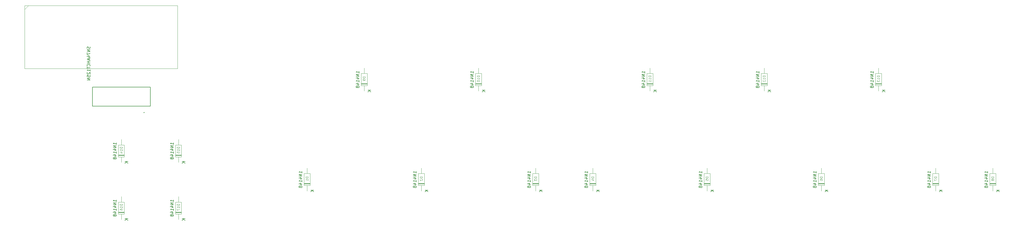
<source format=gbr>
G04 #@! TF.GenerationSoftware,KiCad,Pcbnew,8.0.3*
G04 #@! TF.CreationDate,2024-07-25T17:07:34-07:00*
G04 #@! TF.ProjectId,melokey,6d656c6f-6b65-4792-9e6b-696361645f70,rev?*
G04 #@! TF.SameCoordinates,Original*
G04 #@! TF.FileFunction,AssemblyDrawing,Bot*
%FSLAX46Y46*%
G04 Gerber Fmt 4.6, Leading zero omitted, Abs format (unit mm)*
G04 Created by KiCad (PCBNEW 8.0.3) date 2024-07-25 17:07:34*
%MOMM*%
%LPD*%
G01*
G04 APERTURE LIST*
%ADD10C,0.150000*%
%ADD11C,0.120000*%
%ADD12C,0.100000*%
%ADD13C,0.127000*%
%ADD14C,0.200000*%
G04 APERTURE END LIST*
D10*
X102951069Y-211534642D02*
X102951069Y-210963214D01*
X102951069Y-211248928D02*
X101951069Y-211248928D01*
X101951069Y-211248928D02*
X102093926Y-211153690D01*
X102093926Y-211153690D02*
X102189164Y-211058452D01*
X102189164Y-211058452D02*
X102236783Y-210963214D01*
X102951069Y-211963214D02*
X101951069Y-211963214D01*
X101951069Y-211963214D02*
X102951069Y-212534642D01*
X102951069Y-212534642D02*
X101951069Y-212534642D01*
X102284402Y-213439404D02*
X102951069Y-213439404D01*
X101903450Y-213201309D02*
X102617735Y-212963214D01*
X102617735Y-212963214D02*
X102617735Y-213582261D01*
X102951069Y-214487023D02*
X102951069Y-213915595D01*
X102951069Y-214201309D02*
X101951069Y-214201309D01*
X101951069Y-214201309D02*
X102093926Y-214106071D01*
X102093926Y-214106071D02*
X102189164Y-214010833D01*
X102189164Y-214010833D02*
X102236783Y-213915595D01*
X102284402Y-215344166D02*
X102951069Y-215344166D01*
X101903450Y-215106071D02*
X102617735Y-214867976D01*
X102617735Y-214867976D02*
X102617735Y-215487023D01*
X102379640Y-216010833D02*
X102332021Y-215915595D01*
X102332021Y-215915595D02*
X102284402Y-215867976D01*
X102284402Y-215867976D02*
X102189164Y-215820357D01*
X102189164Y-215820357D02*
X102141545Y-215820357D01*
X102141545Y-215820357D02*
X102046307Y-215867976D01*
X102046307Y-215867976D02*
X101998688Y-215915595D01*
X101998688Y-215915595D02*
X101951069Y-216010833D01*
X101951069Y-216010833D02*
X101951069Y-216201309D01*
X101951069Y-216201309D02*
X101998688Y-216296547D01*
X101998688Y-216296547D02*
X102046307Y-216344166D01*
X102046307Y-216344166D02*
X102141545Y-216391785D01*
X102141545Y-216391785D02*
X102189164Y-216391785D01*
X102189164Y-216391785D02*
X102284402Y-216344166D01*
X102284402Y-216344166D02*
X102332021Y-216296547D01*
X102332021Y-216296547D02*
X102379640Y-216201309D01*
X102379640Y-216201309D02*
X102379640Y-216010833D01*
X102379640Y-216010833D02*
X102427259Y-215915595D01*
X102427259Y-215915595D02*
X102474878Y-215867976D01*
X102474878Y-215867976D02*
X102570116Y-215820357D01*
X102570116Y-215820357D02*
X102760592Y-215820357D01*
X102760592Y-215820357D02*
X102855830Y-215867976D01*
X102855830Y-215867976D02*
X102903450Y-215915595D01*
X102903450Y-215915595D02*
X102951069Y-216010833D01*
X102951069Y-216010833D02*
X102951069Y-216201309D01*
X102951069Y-216201309D02*
X102903450Y-216296547D01*
X102903450Y-216296547D02*
X102855830Y-216344166D01*
X102855830Y-216344166D02*
X102760592Y-216391785D01*
X102760592Y-216391785D02*
X102570116Y-216391785D01*
X102570116Y-216391785D02*
X102474878Y-216344166D01*
X102474878Y-216344166D02*
X102427259Y-216296547D01*
X102427259Y-216296547D02*
X102379640Y-216201309D01*
X106871069Y-217225595D02*
X105871069Y-217225595D01*
X106871069Y-217797023D02*
X106299640Y-217368452D01*
X105871069Y-217797023D02*
X106442497Y-217225595D01*
D11*
X104980105Y-212406071D02*
X104180105Y-212406071D01*
X104180105Y-212406071D02*
X104180105Y-212596547D01*
X104180105Y-212596547D02*
X104218200Y-212710833D01*
X104218200Y-212710833D02*
X104294390Y-212787023D01*
X104294390Y-212787023D02*
X104370581Y-212825118D01*
X104370581Y-212825118D02*
X104522962Y-212863214D01*
X104522962Y-212863214D02*
X104637248Y-212863214D01*
X104637248Y-212863214D02*
X104789629Y-212825118D01*
X104789629Y-212825118D02*
X104865819Y-212787023D01*
X104865819Y-212787023D02*
X104942010Y-212710833D01*
X104942010Y-212710833D02*
X104980105Y-212596547D01*
X104980105Y-212596547D02*
X104980105Y-212406071D01*
X104980105Y-213625118D02*
X104980105Y-213167975D01*
X104980105Y-213396547D02*
X104180105Y-213396547D01*
X104180105Y-213396547D02*
X104294390Y-213320356D01*
X104294390Y-213320356D02*
X104370581Y-213244166D01*
X104370581Y-213244166D02*
X104408676Y-213167975D01*
X104180105Y-213891785D02*
X104180105Y-214425119D01*
X104180105Y-214425119D02*
X104980105Y-214082261D01*
D10*
X260113569Y-168672142D02*
X260113569Y-168100714D01*
X260113569Y-168386428D02*
X259113569Y-168386428D01*
X259113569Y-168386428D02*
X259256426Y-168291190D01*
X259256426Y-168291190D02*
X259351664Y-168195952D01*
X259351664Y-168195952D02*
X259399283Y-168100714D01*
X260113569Y-169100714D02*
X259113569Y-169100714D01*
X259113569Y-169100714D02*
X260113569Y-169672142D01*
X260113569Y-169672142D02*
X259113569Y-169672142D01*
X259446902Y-170576904D02*
X260113569Y-170576904D01*
X259065950Y-170338809D02*
X259780235Y-170100714D01*
X259780235Y-170100714D02*
X259780235Y-170719761D01*
X260113569Y-171624523D02*
X260113569Y-171053095D01*
X260113569Y-171338809D02*
X259113569Y-171338809D01*
X259113569Y-171338809D02*
X259256426Y-171243571D01*
X259256426Y-171243571D02*
X259351664Y-171148333D01*
X259351664Y-171148333D02*
X259399283Y-171053095D01*
X259446902Y-172481666D02*
X260113569Y-172481666D01*
X259065950Y-172243571D02*
X259780235Y-172005476D01*
X259780235Y-172005476D02*
X259780235Y-172624523D01*
X259542140Y-173148333D02*
X259494521Y-173053095D01*
X259494521Y-173053095D02*
X259446902Y-173005476D01*
X259446902Y-173005476D02*
X259351664Y-172957857D01*
X259351664Y-172957857D02*
X259304045Y-172957857D01*
X259304045Y-172957857D02*
X259208807Y-173005476D01*
X259208807Y-173005476D02*
X259161188Y-173053095D01*
X259161188Y-173053095D02*
X259113569Y-173148333D01*
X259113569Y-173148333D02*
X259113569Y-173338809D01*
X259113569Y-173338809D02*
X259161188Y-173434047D01*
X259161188Y-173434047D02*
X259208807Y-173481666D01*
X259208807Y-173481666D02*
X259304045Y-173529285D01*
X259304045Y-173529285D02*
X259351664Y-173529285D01*
X259351664Y-173529285D02*
X259446902Y-173481666D01*
X259446902Y-173481666D02*
X259494521Y-173434047D01*
X259494521Y-173434047D02*
X259542140Y-173338809D01*
X259542140Y-173338809D02*
X259542140Y-173148333D01*
X259542140Y-173148333D02*
X259589759Y-173053095D01*
X259589759Y-173053095D02*
X259637378Y-173005476D01*
X259637378Y-173005476D02*
X259732616Y-172957857D01*
X259732616Y-172957857D02*
X259923092Y-172957857D01*
X259923092Y-172957857D02*
X260018330Y-173005476D01*
X260018330Y-173005476D02*
X260065950Y-173053095D01*
X260065950Y-173053095D02*
X260113569Y-173148333D01*
X260113569Y-173148333D02*
X260113569Y-173338809D01*
X260113569Y-173338809D02*
X260065950Y-173434047D01*
X260065950Y-173434047D02*
X260018330Y-173481666D01*
X260018330Y-173481666D02*
X259923092Y-173529285D01*
X259923092Y-173529285D02*
X259732616Y-173529285D01*
X259732616Y-173529285D02*
X259637378Y-173481666D01*
X259637378Y-173481666D02*
X259589759Y-173434047D01*
X259589759Y-173434047D02*
X259542140Y-173338809D01*
D11*
X262142605Y-169543571D02*
X261342605Y-169543571D01*
X261342605Y-169543571D02*
X261342605Y-169734047D01*
X261342605Y-169734047D02*
X261380700Y-169848333D01*
X261380700Y-169848333D02*
X261456890Y-169924523D01*
X261456890Y-169924523D02*
X261533081Y-169962618D01*
X261533081Y-169962618D02*
X261685462Y-170000714D01*
X261685462Y-170000714D02*
X261799748Y-170000714D01*
X261799748Y-170000714D02*
X261952129Y-169962618D01*
X261952129Y-169962618D02*
X262028319Y-169924523D01*
X262028319Y-169924523D02*
X262104510Y-169848333D01*
X262104510Y-169848333D02*
X262142605Y-169734047D01*
X262142605Y-169734047D02*
X262142605Y-169543571D01*
X262142605Y-170762618D02*
X262142605Y-170305475D01*
X262142605Y-170534047D02*
X261342605Y-170534047D01*
X261342605Y-170534047D02*
X261456890Y-170457856D01*
X261456890Y-170457856D02*
X261533081Y-170381666D01*
X261533081Y-170381666D02*
X261571176Y-170305475D01*
X262142605Y-171524523D02*
X262142605Y-171067380D01*
X262142605Y-171295952D02*
X261342605Y-171295952D01*
X261342605Y-171295952D02*
X261456890Y-171219761D01*
X261456890Y-171219761D02*
X261533081Y-171143571D01*
X261533081Y-171143571D02*
X261571176Y-171067380D01*
D10*
X264033569Y-174363095D02*
X263033569Y-174363095D01*
X264033569Y-174934523D02*
X263462140Y-174505952D01*
X263033569Y-174934523D02*
X263604997Y-174363095D01*
X241063569Y-202009642D02*
X241063569Y-201438214D01*
X241063569Y-201723928D02*
X240063569Y-201723928D01*
X240063569Y-201723928D02*
X240206426Y-201628690D01*
X240206426Y-201628690D02*
X240301664Y-201533452D01*
X240301664Y-201533452D02*
X240349283Y-201438214D01*
X241063569Y-202438214D02*
X240063569Y-202438214D01*
X240063569Y-202438214D02*
X241063569Y-203009642D01*
X241063569Y-203009642D02*
X240063569Y-203009642D01*
X240396902Y-203914404D02*
X241063569Y-203914404D01*
X240015950Y-203676309D02*
X240730235Y-203438214D01*
X240730235Y-203438214D02*
X240730235Y-204057261D01*
X241063569Y-204962023D02*
X241063569Y-204390595D01*
X241063569Y-204676309D02*
X240063569Y-204676309D01*
X240063569Y-204676309D02*
X240206426Y-204581071D01*
X240206426Y-204581071D02*
X240301664Y-204485833D01*
X240301664Y-204485833D02*
X240349283Y-204390595D01*
X240396902Y-205819166D02*
X241063569Y-205819166D01*
X240015950Y-205581071D02*
X240730235Y-205342976D01*
X240730235Y-205342976D02*
X240730235Y-205962023D01*
X240492140Y-206485833D02*
X240444521Y-206390595D01*
X240444521Y-206390595D02*
X240396902Y-206342976D01*
X240396902Y-206342976D02*
X240301664Y-206295357D01*
X240301664Y-206295357D02*
X240254045Y-206295357D01*
X240254045Y-206295357D02*
X240158807Y-206342976D01*
X240158807Y-206342976D02*
X240111188Y-206390595D01*
X240111188Y-206390595D02*
X240063569Y-206485833D01*
X240063569Y-206485833D02*
X240063569Y-206676309D01*
X240063569Y-206676309D02*
X240111188Y-206771547D01*
X240111188Y-206771547D02*
X240158807Y-206819166D01*
X240158807Y-206819166D02*
X240254045Y-206866785D01*
X240254045Y-206866785D02*
X240301664Y-206866785D01*
X240301664Y-206866785D02*
X240396902Y-206819166D01*
X240396902Y-206819166D02*
X240444521Y-206771547D01*
X240444521Y-206771547D02*
X240492140Y-206676309D01*
X240492140Y-206676309D02*
X240492140Y-206485833D01*
X240492140Y-206485833D02*
X240539759Y-206390595D01*
X240539759Y-206390595D02*
X240587378Y-206342976D01*
X240587378Y-206342976D02*
X240682616Y-206295357D01*
X240682616Y-206295357D02*
X240873092Y-206295357D01*
X240873092Y-206295357D02*
X240968330Y-206342976D01*
X240968330Y-206342976D02*
X241015950Y-206390595D01*
X241015950Y-206390595D02*
X241063569Y-206485833D01*
X241063569Y-206485833D02*
X241063569Y-206676309D01*
X241063569Y-206676309D02*
X241015950Y-206771547D01*
X241015950Y-206771547D02*
X240968330Y-206819166D01*
X240968330Y-206819166D02*
X240873092Y-206866785D01*
X240873092Y-206866785D02*
X240682616Y-206866785D01*
X240682616Y-206866785D02*
X240587378Y-206819166D01*
X240587378Y-206819166D02*
X240539759Y-206771547D01*
X240539759Y-206771547D02*
X240492140Y-206676309D01*
X244983569Y-207700595D02*
X243983569Y-207700595D01*
X244983569Y-208272023D02*
X244412140Y-207843452D01*
X243983569Y-208272023D02*
X244554997Y-207700595D01*
D11*
X243092605Y-203262024D02*
X242292605Y-203262024D01*
X242292605Y-203262024D02*
X242292605Y-203452500D01*
X242292605Y-203452500D02*
X242330700Y-203566786D01*
X242330700Y-203566786D02*
X242406890Y-203642976D01*
X242406890Y-203642976D02*
X242483081Y-203681071D01*
X242483081Y-203681071D02*
X242635462Y-203719167D01*
X242635462Y-203719167D02*
X242749748Y-203719167D01*
X242749748Y-203719167D02*
X242902129Y-203681071D01*
X242902129Y-203681071D02*
X242978319Y-203642976D01*
X242978319Y-203642976D02*
X243054510Y-203566786D01*
X243054510Y-203566786D02*
X243092605Y-203452500D01*
X243092605Y-203452500D02*
X243092605Y-203262024D01*
X242559271Y-204404881D02*
X243092605Y-204404881D01*
X242254510Y-204214405D02*
X242825938Y-204023928D01*
X242825938Y-204023928D02*
X242825938Y-204519167D01*
D10*
X202963569Y-168672142D02*
X202963569Y-168100714D01*
X202963569Y-168386428D02*
X201963569Y-168386428D01*
X201963569Y-168386428D02*
X202106426Y-168291190D01*
X202106426Y-168291190D02*
X202201664Y-168195952D01*
X202201664Y-168195952D02*
X202249283Y-168100714D01*
X202963569Y-169100714D02*
X201963569Y-169100714D01*
X201963569Y-169100714D02*
X202963569Y-169672142D01*
X202963569Y-169672142D02*
X201963569Y-169672142D01*
X202296902Y-170576904D02*
X202963569Y-170576904D01*
X201915950Y-170338809D02*
X202630235Y-170100714D01*
X202630235Y-170100714D02*
X202630235Y-170719761D01*
X202963569Y-171624523D02*
X202963569Y-171053095D01*
X202963569Y-171338809D02*
X201963569Y-171338809D01*
X201963569Y-171338809D02*
X202106426Y-171243571D01*
X202106426Y-171243571D02*
X202201664Y-171148333D01*
X202201664Y-171148333D02*
X202249283Y-171053095D01*
X202296902Y-172481666D02*
X202963569Y-172481666D01*
X201915950Y-172243571D02*
X202630235Y-172005476D01*
X202630235Y-172005476D02*
X202630235Y-172624523D01*
X202392140Y-173148333D02*
X202344521Y-173053095D01*
X202344521Y-173053095D02*
X202296902Y-173005476D01*
X202296902Y-173005476D02*
X202201664Y-172957857D01*
X202201664Y-172957857D02*
X202154045Y-172957857D01*
X202154045Y-172957857D02*
X202058807Y-173005476D01*
X202058807Y-173005476D02*
X202011188Y-173053095D01*
X202011188Y-173053095D02*
X201963569Y-173148333D01*
X201963569Y-173148333D02*
X201963569Y-173338809D01*
X201963569Y-173338809D02*
X202011188Y-173434047D01*
X202011188Y-173434047D02*
X202058807Y-173481666D01*
X202058807Y-173481666D02*
X202154045Y-173529285D01*
X202154045Y-173529285D02*
X202201664Y-173529285D01*
X202201664Y-173529285D02*
X202296902Y-173481666D01*
X202296902Y-173481666D02*
X202344521Y-173434047D01*
X202344521Y-173434047D02*
X202392140Y-173338809D01*
X202392140Y-173338809D02*
X202392140Y-173148333D01*
X202392140Y-173148333D02*
X202439759Y-173053095D01*
X202439759Y-173053095D02*
X202487378Y-173005476D01*
X202487378Y-173005476D02*
X202582616Y-172957857D01*
X202582616Y-172957857D02*
X202773092Y-172957857D01*
X202773092Y-172957857D02*
X202868330Y-173005476D01*
X202868330Y-173005476D02*
X202915950Y-173053095D01*
X202915950Y-173053095D02*
X202963569Y-173148333D01*
X202963569Y-173148333D02*
X202963569Y-173338809D01*
X202963569Y-173338809D02*
X202915950Y-173434047D01*
X202915950Y-173434047D02*
X202868330Y-173481666D01*
X202868330Y-173481666D02*
X202773092Y-173529285D01*
X202773092Y-173529285D02*
X202582616Y-173529285D01*
X202582616Y-173529285D02*
X202487378Y-173481666D01*
X202487378Y-173481666D02*
X202439759Y-173434047D01*
X202439759Y-173434047D02*
X202392140Y-173338809D01*
X206883569Y-174363095D02*
X205883569Y-174363095D01*
X206883569Y-174934523D02*
X206312140Y-174505952D01*
X205883569Y-174934523D02*
X206454997Y-174363095D01*
D11*
X204992605Y-169543571D02*
X204192605Y-169543571D01*
X204192605Y-169543571D02*
X204192605Y-169734047D01*
X204192605Y-169734047D02*
X204230700Y-169848333D01*
X204230700Y-169848333D02*
X204306890Y-169924523D01*
X204306890Y-169924523D02*
X204383081Y-169962618D01*
X204383081Y-169962618D02*
X204535462Y-170000714D01*
X204535462Y-170000714D02*
X204649748Y-170000714D01*
X204649748Y-170000714D02*
X204802129Y-169962618D01*
X204802129Y-169962618D02*
X204878319Y-169924523D01*
X204878319Y-169924523D02*
X204954510Y-169848333D01*
X204954510Y-169848333D02*
X204992605Y-169734047D01*
X204992605Y-169734047D02*
X204992605Y-169543571D01*
X204992605Y-170762618D02*
X204992605Y-170305475D01*
X204992605Y-170534047D02*
X204192605Y-170534047D01*
X204192605Y-170534047D02*
X204306890Y-170457856D01*
X204306890Y-170457856D02*
X204383081Y-170381666D01*
X204383081Y-170381666D02*
X204421176Y-170305475D01*
X204192605Y-171257857D02*
X204192605Y-171334047D01*
X204192605Y-171334047D02*
X204230700Y-171410238D01*
X204230700Y-171410238D02*
X204268795Y-171448333D01*
X204268795Y-171448333D02*
X204344986Y-171486428D01*
X204344986Y-171486428D02*
X204497367Y-171524523D01*
X204497367Y-171524523D02*
X204687843Y-171524523D01*
X204687843Y-171524523D02*
X204840224Y-171486428D01*
X204840224Y-171486428D02*
X204916414Y-171448333D01*
X204916414Y-171448333D02*
X204954510Y-171410238D01*
X204954510Y-171410238D02*
X204992605Y-171334047D01*
X204992605Y-171334047D02*
X204992605Y-171257857D01*
X204992605Y-171257857D02*
X204954510Y-171181666D01*
X204954510Y-171181666D02*
X204916414Y-171143571D01*
X204916414Y-171143571D02*
X204840224Y-171105476D01*
X204840224Y-171105476D02*
X204687843Y-171067380D01*
X204687843Y-171067380D02*
X204497367Y-171067380D01*
X204497367Y-171067380D02*
X204344986Y-171105476D01*
X204344986Y-171105476D02*
X204268795Y-171143571D01*
X204268795Y-171143571D02*
X204230700Y-171181666D01*
X204230700Y-171181666D02*
X204192605Y-171257857D01*
D10*
X83901069Y-192484642D02*
X83901069Y-191913214D01*
X83901069Y-192198928D02*
X82901069Y-192198928D01*
X82901069Y-192198928D02*
X83043926Y-192103690D01*
X83043926Y-192103690D02*
X83139164Y-192008452D01*
X83139164Y-192008452D02*
X83186783Y-191913214D01*
X83901069Y-192913214D02*
X82901069Y-192913214D01*
X82901069Y-192913214D02*
X83901069Y-193484642D01*
X83901069Y-193484642D02*
X82901069Y-193484642D01*
X83234402Y-194389404D02*
X83901069Y-194389404D01*
X82853450Y-194151309D02*
X83567735Y-193913214D01*
X83567735Y-193913214D02*
X83567735Y-194532261D01*
X83901069Y-195437023D02*
X83901069Y-194865595D01*
X83901069Y-195151309D02*
X82901069Y-195151309D01*
X82901069Y-195151309D02*
X83043926Y-195056071D01*
X83043926Y-195056071D02*
X83139164Y-194960833D01*
X83139164Y-194960833D02*
X83186783Y-194865595D01*
X83234402Y-196294166D02*
X83901069Y-196294166D01*
X82853450Y-196056071D02*
X83567735Y-195817976D01*
X83567735Y-195817976D02*
X83567735Y-196437023D01*
X83329640Y-196960833D02*
X83282021Y-196865595D01*
X83282021Y-196865595D02*
X83234402Y-196817976D01*
X83234402Y-196817976D02*
X83139164Y-196770357D01*
X83139164Y-196770357D02*
X83091545Y-196770357D01*
X83091545Y-196770357D02*
X82996307Y-196817976D01*
X82996307Y-196817976D02*
X82948688Y-196865595D01*
X82948688Y-196865595D02*
X82901069Y-196960833D01*
X82901069Y-196960833D02*
X82901069Y-197151309D01*
X82901069Y-197151309D02*
X82948688Y-197246547D01*
X82948688Y-197246547D02*
X82996307Y-197294166D01*
X82996307Y-197294166D02*
X83091545Y-197341785D01*
X83091545Y-197341785D02*
X83139164Y-197341785D01*
X83139164Y-197341785D02*
X83234402Y-197294166D01*
X83234402Y-197294166D02*
X83282021Y-197246547D01*
X83282021Y-197246547D02*
X83329640Y-197151309D01*
X83329640Y-197151309D02*
X83329640Y-196960833D01*
X83329640Y-196960833D02*
X83377259Y-196865595D01*
X83377259Y-196865595D02*
X83424878Y-196817976D01*
X83424878Y-196817976D02*
X83520116Y-196770357D01*
X83520116Y-196770357D02*
X83710592Y-196770357D01*
X83710592Y-196770357D02*
X83805830Y-196817976D01*
X83805830Y-196817976D02*
X83853450Y-196865595D01*
X83853450Y-196865595D02*
X83901069Y-196960833D01*
X83901069Y-196960833D02*
X83901069Y-197151309D01*
X83901069Y-197151309D02*
X83853450Y-197246547D01*
X83853450Y-197246547D02*
X83805830Y-197294166D01*
X83805830Y-197294166D02*
X83710592Y-197341785D01*
X83710592Y-197341785D02*
X83520116Y-197341785D01*
X83520116Y-197341785D02*
X83424878Y-197294166D01*
X83424878Y-197294166D02*
X83377259Y-197246547D01*
X83377259Y-197246547D02*
X83329640Y-197151309D01*
D11*
X85930105Y-193356071D02*
X85130105Y-193356071D01*
X85130105Y-193356071D02*
X85130105Y-193546547D01*
X85130105Y-193546547D02*
X85168200Y-193660833D01*
X85168200Y-193660833D02*
X85244390Y-193737023D01*
X85244390Y-193737023D02*
X85320581Y-193775118D01*
X85320581Y-193775118D02*
X85472962Y-193813214D01*
X85472962Y-193813214D02*
X85587248Y-193813214D01*
X85587248Y-193813214D02*
X85739629Y-193775118D01*
X85739629Y-193775118D02*
X85815819Y-193737023D01*
X85815819Y-193737023D02*
X85892010Y-193660833D01*
X85892010Y-193660833D02*
X85930105Y-193546547D01*
X85930105Y-193546547D02*
X85930105Y-193356071D01*
X85930105Y-194575118D02*
X85930105Y-194117975D01*
X85930105Y-194346547D02*
X85130105Y-194346547D01*
X85130105Y-194346547D02*
X85244390Y-194270356D01*
X85244390Y-194270356D02*
X85320581Y-194194166D01*
X85320581Y-194194166D02*
X85358676Y-194117975D01*
X85396771Y-195260833D02*
X85930105Y-195260833D01*
X85092010Y-195070357D02*
X85663438Y-194879880D01*
X85663438Y-194879880D02*
X85663438Y-195375119D01*
D10*
X87821069Y-198175595D02*
X86821069Y-198175595D01*
X87821069Y-198747023D02*
X87249640Y-198318452D01*
X86821069Y-198747023D02*
X87392497Y-198175595D01*
X374413569Y-202009642D02*
X374413569Y-201438214D01*
X374413569Y-201723928D02*
X373413569Y-201723928D01*
X373413569Y-201723928D02*
X373556426Y-201628690D01*
X373556426Y-201628690D02*
X373651664Y-201533452D01*
X373651664Y-201533452D02*
X373699283Y-201438214D01*
X374413569Y-202438214D02*
X373413569Y-202438214D01*
X373413569Y-202438214D02*
X374413569Y-203009642D01*
X374413569Y-203009642D02*
X373413569Y-203009642D01*
X373746902Y-203914404D02*
X374413569Y-203914404D01*
X373365950Y-203676309D02*
X374080235Y-203438214D01*
X374080235Y-203438214D02*
X374080235Y-204057261D01*
X374413569Y-204962023D02*
X374413569Y-204390595D01*
X374413569Y-204676309D02*
X373413569Y-204676309D01*
X373413569Y-204676309D02*
X373556426Y-204581071D01*
X373556426Y-204581071D02*
X373651664Y-204485833D01*
X373651664Y-204485833D02*
X373699283Y-204390595D01*
X373746902Y-205819166D02*
X374413569Y-205819166D01*
X373365950Y-205581071D02*
X374080235Y-205342976D01*
X374080235Y-205342976D02*
X374080235Y-205962023D01*
X373842140Y-206485833D02*
X373794521Y-206390595D01*
X373794521Y-206390595D02*
X373746902Y-206342976D01*
X373746902Y-206342976D02*
X373651664Y-206295357D01*
X373651664Y-206295357D02*
X373604045Y-206295357D01*
X373604045Y-206295357D02*
X373508807Y-206342976D01*
X373508807Y-206342976D02*
X373461188Y-206390595D01*
X373461188Y-206390595D02*
X373413569Y-206485833D01*
X373413569Y-206485833D02*
X373413569Y-206676309D01*
X373413569Y-206676309D02*
X373461188Y-206771547D01*
X373461188Y-206771547D02*
X373508807Y-206819166D01*
X373508807Y-206819166D02*
X373604045Y-206866785D01*
X373604045Y-206866785D02*
X373651664Y-206866785D01*
X373651664Y-206866785D02*
X373746902Y-206819166D01*
X373746902Y-206819166D02*
X373794521Y-206771547D01*
X373794521Y-206771547D02*
X373842140Y-206676309D01*
X373842140Y-206676309D02*
X373842140Y-206485833D01*
X373842140Y-206485833D02*
X373889759Y-206390595D01*
X373889759Y-206390595D02*
X373937378Y-206342976D01*
X373937378Y-206342976D02*
X374032616Y-206295357D01*
X374032616Y-206295357D02*
X374223092Y-206295357D01*
X374223092Y-206295357D02*
X374318330Y-206342976D01*
X374318330Y-206342976D02*
X374365950Y-206390595D01*
X374365950Y-206390595D02*
X374413569Y-206485833D01*
X374413569Y-206485833D02*
X374413569Y-206676309D01*
X374413569Y-206676309D02*
X374365950Y-206771547D01*
X374365950Y-206771547D02*
X374318330Y-206819166D01*
X374318330Y-206819166D02*
X374223092Y-206866785D01*
X374223092Y-206866785D02*
X374032616Y-206866785D01*
X374032616Y-206866785D02*
X373937378Y-206819166D01*
X373937378Y-206819166D02*
X373889759Y-206771547D01*
X373889759Y-206771547D02*
X373842140Y-206676309D01*
X378333569Y-207700595D02*
X377333569Y-207700595D01*
X378333569Y-208272023D02*
X377762140Y-207843452D01*
X377333569Y-208272023D02*
X377904997Y-207700595D01*
D11*
X376442605Y-203262024D02*
X375642605Y-203262024D01*
X375642605Y-203262024D02*
X375642605Y-203452500D01*
X375642605Y-203452500D02*
X375680700Y-203566786D01*
X375680700Y-203566786D02*
X375756890Y-203642976D01*
X375756890Y-203642976D02*
X375833081Y-203681071D01*
X375833081Y-203681071D02*
X375985462Y-203719167D01*
X375985462Y-203719167D02*
X376099748Y-203719167D01*
X376099748Y-203719167D02*
X376252129Y-203681071D01*
X376252129Y-203681071D02*
X376328319Y-203642976D01*
X376328319Y-203642976D02*
X376404510Y-203566786D01*
X376404510Y-203566786D02*
X376442605Y-203452500D01*
X376442605Y-203452500D02*
X376442605Y-203262024D01*
X375985462Y-204176309D02*
X375947367Y-204100119D01*
X375947367Y-204100119D02*
X375909271Y-204062024D01*
X375909271Y-204062024D02*
X375833081Y-204023928D01*
X375833081Y-204023928D02*
X375794986Y-204023928D01*
X375794986Y-204023928D02*
X375718795Y-204062024D01*
X375718795Y-204062024D02*
X375680700Y-204100119D01*
X375680700Y-204100119D02*
X375642605Y-204176309D01*
X375642605Y-204176309D02*
X375642605Y-204328690D01*
X375642605Y-204328690D02*
X375680700Y-204404881D01*
X375680700Y-204404881D02*
X375718795Y-204442976D01*
X375718795Y-204442976D02*
X375794986Y-204481071D01*
X375794986Y-204481071D02*
X375833081Y-204481071D01*
X375833081Y-204481071D02*
X375909271Y-204442976D01*
X375909271Y-204442976D02*
X375947367Y-204404881D01*
X375947367Y-204404881D02*
X375985462Y-204328690D01*
X375985462Y-204328690D02*
X375985462Y-204176309D01*
X375985462Y-204176309D02*
X376023557Y-204100119D01*
X376023557Y-204100119D02*
X376061652Y-204062024D01*
X376061652Y-204062024D02*
X376137843Y-204023928D01*
X376137843Y-204023928D02*
X376290224Y-204023928D01*
X376290224Y-204023928D02*
X376366414Y-204062024D01*
X376366414Y-204062024D02*
X376404510Y-204100119D01*
X376404510Y-204100119D02*
X376442605Y-204176309D01*
X376442605Y-204176309D02*
X376442605Y-204328690D01*
X376442605Y-204328690D02*
X376404510Y-204404881D01*
X376404510Y-204404881D02*
X376366414Y-204442976D01*
X376366414Y-204442976D02*
X376290224Y-204481071D01*
X376290224Y-204481071D02*
X376137843Y-204481071D01*
X376137843Y-204481071D02*
X376061652Y-204442976D01*
X376061652Y-204442976D02*
X376023557Y-204404881D01*
X376023557Y-204404881D02*
X375985462Y-204328690D01*
D10*
X102951069Y-192484642D02*
X102951069Y-191913214D01*
X102951069Y-192198928D02*
X101951069Y-192198928D01*
X101951069Y-192198928D02*
X102093926Y-192103690D01*
X102093926Y-192103690D02*
X102189164Y-192008452D01*
X102189164Y-192008452D02*
X102236783Y-191913214D01*
X102951069Y-192913214D02*
X101951069Y-192913214D01*
X101951069Y-192913214D02*
X102951069Y-193484642D01*
X102951069Y-193484642D02*
X101951069Y-193484642D01*
X102284402Y-194389404D02*
X102951069Y-194389404D01*
X101903450Y-194151309D02*
X102617735Y-193913214D01*
X102617735Y-193913214D02*
X102617735Y-194532261D01*
X102951069Y-195437023D02*
X102951069Y-194865595D01*
X102951069Y-195151309D02*
X101951069Y-195151309D01*
X101951069Y-195151309D02*
X102093926Y-195056071D01*
X102093926Y-195056071D02*
X102189164Y-194960833D01*
X102189164Y-194960833D02*
X102236783Y-194865595D01*
X102284402Y-196294166D02*
X102951069Y-196294166D01*
X101903450Y-196056071D02*
X102617735Y-195817976D01*
X102617735Y-195817976D02*
X102617735Y-196437023D01*
X102379640Y-196960833D02*
X102332021Y-196865595D01*
X102332021Y-196865595D02*
X102284402Y-196817976D01*
X102284402Y-196817976D02*
X102189164Y-196770357D01*
X102189164Y-196770357D02*
X102141545Y-196770357D01*
X102141545Y-196770357D02*
X102046307Y-196817976D01*
X102046307Y-196817976D02*
X101998688Y-196865595D01*
X101998688Y-196865595D02*
X101951069Y-196960833D01*
X101951069Y-196960833D02*
X101951069Y-197151309D01*
X101951069Y-197151309D02*
X101998688Y-197246547D01*
X101998688Y-197246547D02*
X102046307Y-197294166D01*
X102046307Y-197294166D02*
X102141545Y-197341785D01*
X102141545Y-197341785D02*
X102189164Y-197341785D01*
X102189164Y-197341785D02*
X102284402Y-197294166D01*
X102284402Y-197294166D02*
X102332021Y-197246547D01*
X102332021Y-197246547D02*
X102379640Y-197151309D01*
X102379640Y-197151309D02*
X102379640Y-196960833D01*
X102379640Y-196960833D02*
X102427259Y-196865595D01*
X102427259Y-196865595D02*
X102474878Y-196817976D01*
X102474878Y-196817976D02*
X102570116Y-196770357D01*
X102570116Y-196770357D02*
X102760592Y-196770357D01*
X102760592Y-196770357D02*
X102855830Y-196817976D01*
X102855830Y-196817976D02*
X102903450Y-196865595D01*
X102903450Y-196865595D02*
X102951069Y-196960833D01*
X102951069Y-196960833D02*
X102951069Y-197151309D01*
X102951069Y-197151309D02*
X102903450Y-197246547D01*
X102903450Y-197246547D02*
X102855830Y-197294166D01*
X102855830Y-197294166D02*
X102760592Y-197341785D01*
X102760592Y-197341785D02*
X102570116Y-197341785D01*
X102570116Y-197341785D02*
X102474878Y-197294166D01*
X102474878Y-197294166D02*
X102427259Y-197246547D01*
X102427259Y-197246547D02*
X102379640Y-197151309D01*
D11*
X104980105Y-193356071D02*
X104180105Y-193356071D01*
X104180105Y-193356071D02*
X104180105Y-193546547D01*
X104180105Y-193546547D02*
X104218200Y-193660833D01*
X104218200Y-193660833D02*
X104294390Y-193737023D01*
X104294390Y-193737023D02*
X104370581Y-193775118D01*
X104370581Y-193775118D02*
X104522962Y-193813214D01*
X104522962Y-193813214D02*
X104637248Y-193813214D01*
X104637248Y-193813214D02*
X104789629Y-193775118D01*
X104789629Y-193775118D02*
X104865819Y-193737023D01*
X104865819Y-193737023D02*
X104942010Y-193660833D01*
X104942010Y-193660833D02*
X104980105Y-193546547D01*
X104980105Y-193546547D02*
X104980105Y-193356071D01*
X104980105Y-194575118D02*
X104980105Y-194117975D01*
X104980105Y-194346547D02*
X104180105Y-194346547D01*
X104180105Y-194346547D02*
X104294390Y-194270356D01*
X104294390Y-194270356D02*
X104370581Y-194194166D01*
X104370581Y-194194166D02*
X104408676Y-194117975D01*
X104180105Y-195298928D02*
X104180105Y-194917976D01*
X104180105Y-194917976D02*
X104561057Y-194879880D01*
X104561057Y-194879880D02*
X104522962Y-194917976D01*
X104522962Y-194917976D02*
X104484867Y-194994166D01*
X104484867Y-194994166D02*
X104484867Y-195184642D01*
X104484867Y-195184642D02*
X104522962Y-195260833D01*
X104522962Y-195260833D02*
X104561057Y-195298928D01*
X104561057Y-195298928D02*
X104637248Y-195337023D01*
X104637248Y-195337023D02*
X104827724Y-195337023D01*
X104827724Y-195337023D02*
X104903914Y-195298928D01*
X104903914Y-195298928D02*
X104942010Y-195260833D01*
X104942010Y-195260833D02*
X104980105Y-195184642D01*
X104980105Y-195184642D02*
X104980105Y-194994166D01*
X104980105Y-194994166D02*
X104942010Y-194917976D01*
X104942010Y-194917976D02*
X104903914Y-194879880D01*
D10*
X106871069Y-198175595D02*
X105871069Y-198175595D01*
X106871069Y-198747023D02*
X106299640Y-198318452D01*
X105871069Y-198747023D02*
X106442497Y-198175595D01*
X183913569Y-202009642D02*
X183913569Y-201438214D01*
X183913569Y-201723928D02*
X182913569Y-201723928D01*
X182913569Y-201723928D02*
X183056426Y-201628690D01*
X183056426Y-201628690D02*
X183151664Y-201533452D01*
X183151664Y-201533452D02*
X183199283Y-201438214D01*
X183913569Y-202438214D02*
X182913569Y-202438214D01*
X182913569Y-202438214D02*
X183913569Y-203009642D01*
X183913569Y-203009642D02*
X182913569Y-203009642D01*
X183246902Y-203914404D02*
X183913569Y-203914404D01*
X182865950Y-203676309D02*
X183580235Y-203438214D01*
X183580235Y-203438214D02*
X183580235Y-204057261D01*
X183913569Y-204962023D02*
X183913569Y-204390595D01*
X183913569Y-204676309D02*
X182913569Y-204676309D01*
X182913569Y-204676309D02*
X183056426Y-204581071D01*
X183056426Y-204581071D02*
X183151664Y-204485833D01*
X183151664Y-204485833D02*
X183199283Y-204390595D01*
X183246902Y-205819166D02*
X183913569Y-205819166D01*
X182865950Y-205581071D02*
X183580235Y-205342976D01*
X183580235Y-205342976D02*
X183580235Y-205962023D01*
X183342140Y-206485833D02*
X183294521Y-206390595D01*
X183294521Y-206390595D02*
X183246902Y-206342976D01*
X183246902Y-206342976D02*
X183151664Y-206295357D01*
X183151664Y-206295357D02*
X183104045Y-206295357D01*
X183104045Y-206295357D02*
X183008807Y-206342976D01*
X183008807Y-206342976D02*
X182961188Y-206390595D01*
X182961188Y-206390595D02*
X182913569Y-206485833D01*
X182913569Y-206485833D02*
X182913569Y-206676309D01*
X182913569Y-206676309D02*
X182961188Y-206771547D01*
X182961188Y-206771547D02*
X183008807Y-206819166D01*
X183008807Y-206819166D02*
X183104045Y-206866785D01*
X183104045Y-206866785D02*
X183151664Y-206866785D01*
X183151664Y-206866785D02*
X183246902Y-206819166D01*
X183246902Y-206819166D02*
X183294521Y-206771547D01*
X183294521Y-206771547D02*
X183342140Y-206676309D01*
X183342140Y-206676309D02*
X183342140Y-206485833D01*
X183342140Y-206485833D02*
X183389759Y-206390595D01*
X183389759Y-206390595D02*
X183437378Y-206342976D01*
X183437378Y-206342976D02*
X183532616Y-206295357D01*
X183532616Y-206295357D02*
X183723092Y-206295357D01*
X183723092Y-206295357D02*
X183818330Y-206342976D01*
X183818330Y-206342976D02*
X183865950Y-206390595D01*
X183865950Y-206390595D02*
X183913569Y-206485833D01*
X183913569Y-206485833D02*
X183913569Y-206676309D01*
X183913569Y-206676309D02*
X183865950Y-206771547D01*
X183865950Y-206771547D02*
X183818330Y-206819166D01*
X183818330Y-206819166D02*
X183723092Y-206866785D01*
X183723092Y-206866785D02*
X183532616Y-206866785D01*
X183532616Y-206866785D02*
X183437378Y-206819166D01*
X183437378Y-206819166D02*
X183389759Y-206771547D01*
X183389759Y-206771547D02*
X183342140Y-206676309D01*
D11*
X185942605Y-203262024D02*
X185142605Y-203262024D01*
X185142605Y-203262024D02*
X185142605Y-203452500D01*
X185142605Y-203452500D02*
X185180700Y-203566786D01*
X185180700Y-203566786D02*
X185256890Y-203642976D01*
X185256890Y-203642976D02*
X185333081Y-203681071D01*
X185333081Y-203681071D02*
X185485462Y-203719167D01*
X185485462Y-203719167D02*
X185599748Y-203719167D01*
X185599748Y-203719167D02*
X185752129Y-203681071D01*
X185752129Y-203681071D02*
X185828319Y-203642976D01*
X185828319Y-203642976D02*
X185904510Y-203566786D01*
X185904510Y-203566786D02*
X185942605Y-203452500D01*
X185942605Y-203452500D02*
X185942605Y-203262024D01*
X185218795Y-204023928D02*
X185180700Y-204062024D01*
X185180700Y-204062024D02*
X185142605Y-204138214D01*
X185142605Y-204138214D02*
X185142605Y-204328690D01*
X185142605Y-204328690D02*
X185180700Y-204404881D01*
X185180700Y-204404881D02*
X185218795Y-204442976D01*
X185218795Y-204442976D02*
X185294986Y-204481071D01*
X185294986Y-204481071D02*
X185371176Y-204481071D01*
X185371176Y-204481071D02*
X185485462Y-204442976D01*
X185485462Y-204442976D02*
X185942605Y-203985833D01*
X185942605Y-203985833D02*
X185942605Y-204481071D01*
D10*
X187833569Y-207700595D02*
X186833569Y-207700595D01*
X187833569Y-208272023D02*
X187262140Y-207843452D01*
X186833569Y-208272023D02*
X187404997Y-207700595D01*
X222013569Y-202009642D02*
X222013569Y-201438214D01*
X222013569Y-201723928D02*
X221013569Y-201723928D01*
X221013569Y-201723928D02*
X221156426Y-201628690D01*
X221156426Y-201628690D02*
X221251664Y-201533452D01*
X221251664Y-201533452D02*
X221299283Y-201438214D01*
X222013569Y-202438214D02*
X221013569Y-202438214D01*
X221013569Y-202438214D02*
X222013569Y-203009642D01*
X222013569Y-203009642D02*
X221013569Y-203009642D01*
X221346902Y-203914404D02*
X222013569Y-203914404D01*
X220965950Y-203676309D02*
X221680235Y-203438214D01*
X221680235Y-203438214D02*
X221680235Y-204057261D01*
X222013569Y-204962023D02*
X222013569Y-204390595D01*
X222013569Y-204676309D02*
X221013569Y-204676309D01*
X221013569Y-204676309D02*
X221156426Y-204581071D01*
X221156426Y-204581071D02*
X221251664Y-204485833D01*
X221251664Y-204485833D02*
X221299283Y-204390595D01*
X221346902Y-205819166D02*
X222013569Y-205819166D01*
X220965950Y-205581071D02*
X221680235Y-205342976D01*
X221680235Y-205342976D02*
X221680235Y-205962023D01*
X221442140Y-206485833D02*
X221394521Y-206390595D01*
X221394521Y-206390595D02*
X221346902Y-206342976D01*
X221346902Y-206342976D02*
X221251664Y-206295357D01*
X221251664Y-206295357D02*
X221204045Y-206295357D01*
X221204045Y-206295357D02*
X221108807Y-206342976D01*
X221108807Y-206342976D02*
X221061188Y-206390595D01*
X221061188Y-206390595D02*
X221013569Y-206485833D01*
X221013569Y-206485833D02*
X221013569Y-206676309D01*
X221013569Y-206676309D02*
X221061188Y-206771547D01*
X221061188Y-206771547D02*
X221108807Y-206819166D01*
X221108807Y-206819166D02*
X221204045Y-206866785D01*
X221204045Y-206866785D02*
X221251664Y-206866785D01*
X221251664Y-206866785D02*
X221346902Y-206819166D01*
X221346902Y-206819166D02*
X221394521Y-206771547D01*
X221394521Y-206771547D02*
X221442140Y-206676309D01*
X221442140Y-206676309D02*
X221442140Y-206485833D01*
X221442140Y-206485833D02*
X221489759Y-206390595D01*
X221489759Y-206390595D02*
X221537378Y-206342976D01*
X221537378Y-206342976D02*
X221632616Y-206295357D01*
X221632616Y-206295357D02*
X221823092Y-206295357D01*
X221823092Y-206295357D02*
X221918330Y-206342976D01*
X221918330Y-206342976D02*
X221965950Y-206390595D01*
X221965950Y-206390595D02*
X222013569Y-206485833D01*
X222013569Y-206485833D02*
X222013569Y-206676309D01*
X222013569Y-206676309D02*
X221965950Y-206771547D01*
X221965950Y-206771547D02*
X221918330Y-206819166D01*
X221918330Y-206819166D02*
X221823092Y-206866785D01*
X221823092Y-206866785D02*
X221632616Y-206866785D01*
X221632616Y-206866785D02*
X221537378Y-206819166D01*
X221537378Y-206819166D02*
X221489759Y-206771547D01*
X221489759Y-206771547D02*
X221442140Y-206676309D01*
D11*
X224042605Y-203262024D02*
X223242605Y-203262024D01*
X223242605Y-203262024D02*
X223242605Y-203452500D01*
X223242605Y-203452500D02*
X223280700Y-203566786D01*
X223280700Y-203566786D02*
X223356890Y-203642976D01*
X223356890Y-203642976D02*
X223433081Y-203681071D01*
X223433081Y-203681071D02*
X223585462Y-203719167D01*
X223585462Y-203719167D02*
X223699748Y-203719167D01*
X223699748Y-203719167D02*
X223852129Y-203681071D01*
X223852129Y-203681071D02*
X223928319Y-203642976D01*
X223928319Y-203642976D02*
X224004510Y-203566786D01*
X224004510Y-203566786D02*
X224042605Y-203452500D01*
X224042605Y-203452500D02*
X224042605Y-203262024D01*
X223242605Y-203985833D02*
X223242605Y-204481071D01*
X223242605Y-204481071D02*
X223547367Y-204214405D01*
X223547367Y-204214405D02*
X223547367Y-204328690D01*
X223547367Y-204328690D02*
X223585462Y-204404881D01*
X223585462Y-204404881D02*
X223623557Y-204442976D01*
X223623557Y-204442976D02*
X223699748Y-204481071D01*
X223699748Y-204481071D02*
X223890224Y-204481071D01*
X223890224Y-204481071D02*
X223966414Y-204442976D01*
X223966414Y-204442976D02*
X224004510Y-204404881D01*
X224004510Y-204404881D02*
X224042605Y-204328690D01*
X224042605Y-204328690D02*
X224042605Y-204100119D01*
X224042605Y-204100119D02*
X224004510Y-204023928D01*
X224004510Y-204023928D02*
X223966414Y-203985833D01*
D10*
X225933569Y-207700595D02*
X224933569Y-207700595D01*
X225933569Y-208272023D02*
X225362140Y-207843452D01*
X224933569Y-208272023D02*
X225504997Y-207700595D01*
X298213569Y-168672142D02*
X298213569Y-168100714D01*
X298213569Y-168386428D02*
X297213569Y-168386428D01*
X297213569Y-168386428D02*
X297356426Y-168291190D01*
X297356426Y-168291190D02*
X297451664Y-168195952D01*
X297451664Y-168195952D02*
X297499283Y-168100714D01*
X298213569Y-169100714D02*
X297213569Y-169100714D01*
X297213569Y-169100714D02*
X298213569Y-169672142D01*
X298213569Y-169672142D02*
X297213569Y-169672142D01*
X297546902Y-170576904D02*
X298213569Y-170576904D01*
X297165950Y-170338809D02*
X297880235Y-170100714D01*
X297880235Y-170100714D02*
X297880235Y-170719761D01*
X298213569Y-171624523D02*
X298213569Y-171053095D01*
X298213569Y-171338809D02*
X297213569Y-171338809D01*
X297213569Y-171338809D02*
X297356426Y-171243571D01*
X297356426Y-171243571D02*
X297451664Y-171148333D01*
X297451664Y-171148333D02*
X297499283Y-171053095D01*
X297546902Y-172481666D02*
X298213569Y-172481666D01*
X297165950Y-172243571D02*
X297880235Y-172005476D01*
X297880235Y-172005476D02*
X297880235Y-172624523D01*
X297642140Y-173148333D02*
X297594521Y-173053095D01*
X297594521Y-173053095D02*
X297546902Y-173005476D01*
X297546902Y-173005476D02*
X297451664Y-172957857D01*
X297451664Y-172957857D02*
X297404045Y-172957857D01*
X297404045Y-172957857D02*
X297308807Y-173005476D01*
X297308807Y-173005476D02*
X297261188Y-173053095D01*
X297261188Y-173053095D02*
X297213569Y-173148333D01*
X297213569Y-173148333D02*
X297213569Y-173338809D01*
X297213569Y-173338809D02*
X297261188Y-173434047D01*
X297261188Y-173434047D02*
X297308807Y-173481666D01*
X297308807Y-173481666D02*
X297404045Y-173529285D01*
X297404045Y-173529285D02*
X297451664Y-173529285D01*
X297451664Y-173529285D02*
X297546902Y-173481666D01*
X297546902Y-173481666D02*
X297594521Y-173434047D01*
X297594521Y-173434047D02*
X297642140Y-173338809D01*
X297642140Y-173338809D02*
X297642140Y-173148333D01*
X297642140Y-173148333D02*
X297689759Y-173053095D01*
X297689759Y-173053095D02*
X297737378Y-173005476D01*
X297737378Y-173005476D02*
X297832616Y-172957857D01*
X297832616Y-172957857D02*
X298023092Y-172957857D01*
X298023092Y-172957857D02*
X298118330Y-173005476D01*
X298118330Y-173005476D02*
X298165950Y-173053095D01*
X298165950Y-173053095D02*
X298213569Y-173148333D01*
X298213569Y-173148333D02*
X298213569Y-173338809D01*
X298213569Y-173338809D02*
X298165950Y-173434047D01*
X298165950Y-173434047D02*
X298118330Y-173481666D01*
X298118330Y-173481666D02*
X298023092Y-173529285D01*
X298023092Y-173529285D02*
X297832616Y-173529285D01*
X297832616Y-173529285D02*
X297737378Y-173481666D01*
X297737378Y-173481666D02*
X297689759Y-173434047D01*
X297689759Y-173434047D02*
X297642140Y-173338809D01*
X302133569Y-174363095D02*
X301133569Y-174363095D01*
X302133569Y-174934523D02*
X301562140Y-174505952D01*
X301133569Y-174934523D02*
X301704997Y-174363095D01*
D11*
X300242605Y-169543571D02*
X299442605Y-169543571D01*
X299442605Y-169543571D02*
X299442605Y-169734047D01*
X299442605Y-169734047D02*
X299480700Y-169848333D01*
X299480700Y-169848333D02*
X299556890Y-169924523D01*
X299556890Y-169924523D02*
X299633081Y-169962618D01*
X299633081Y-169962618D02*
X299785462Y-170000714D01*
X299785462Y-170000714D02*
X299899748Y-170000714D01*
X299899748Y-170000714D02*
X300052129Y-169962618D01*
X300052129Y-169962618D02*
X300128319Y-169924523D01*
X300128319Y-169924523D02*
X300204510Y-169848333D01*
X300204510Y-169848333D02*
X300242605Y-169734047D01*
X300242605Y-169734047D02*
X300242605Y-169543571D01*
X300242605Y-170762618D02*
X300242605Y-170305475D01*
X300242605Y-170534047D02*
X299442605Y-170534047D01*
X299442605Y-170534047D02*
X299556890Y-170457856D01*
X299556890Y-170457856D02*
X299633081Y-170381666D01*
X299633081Y-170381666D02*
X299671176Y-170305475D01*
X299518795Y-171067380D02*
X299480700Y-171105476D01*
X299480700Y-171105476D02*
X299442605Y-171181666D01*
X299442605Y-171181666D02*
X299442605Y-171372142D01*
X299442605Y-171372142D02*
X299480700Y-171448333D01*
X299480700Y-171448333D02*
X299518795Y-171486428D01*
X299518795Y-171486428D02*
X299594986Y-171524523D01*
X299594986Y-171524523D02*
X299671176Y-171524523D01*
X299671176Y-171524523D02*
X299785462Y-171486428D01*
X299785462Y-171486428D02*
X300242605Y-171029285D01*
X300242605Y-171029285D02*
X300242605Y-171524523D01*
D10*
X75108450Y-159907381D02*
X75156069Y-160050238D01*
X75156069Y-160050238D02*
X75156069Y-160288333D01*
X75156069Y-160288333D02*
X75108450Y-160383571D01*
X75108450Y-160383571D02*
X75060830Y-160431190D01*
X75060830Y-160431190D02*
X74965592Y-160478809D01*
X74965592Y-160478809D02*
X74870354Y-160478809D01*
X74870354Y-160478809D02*
X74775116Y-160431190D01*
X74775116Y-160431190D02*
X74727497Y-160383571D01*
X74727497Y-160383571D02*
X74679878Y-160288333D01*
X74679878Y-160288333D02*
X74632259Y-160097857D01*
X74632259Y-160097857D02*
X74584640Y-160002619D01*
X74584640Y-160002619D02*
X74537021Y-159955000D01*
X74537021Y-159955000D02*
X74441783Y-159907381D01*
X74441783Y-159907381D02*
X74346545Y-159907381D01*
X74346545Y-159907381D02*
X74251307Y-159955000D01*
X74251307Y-159955000D02*
X74203688Y-160002619D01*
X74203688Y-160002619D02*
X74156069Y-160097857D01*
X74156069Y-160097857D02*
X74156069Y-160335952D01*
X74156069Y-160335952D02*
X74203688Y-160478809D01*
X75156069Y-160907381D02*
X74156069Y-160907381D01*
X74156069Y-160907381D02*
X75156069Y-161478809D01*
X75156069Y-161478809D02*
X74156069Y-161478809D01*
X74156069Y-161859762D02*
X74156069Y-162526428D01*
X74156069Y-162526428D02*
X75156069Y-162097857D01*
X74489402Y-163335952D02*
X75156069Y-163335952D01*
X74108450Y-163097857D02*
X74822735Y-162859762D01*
X74822735Y-162859762D02*
X74822735Y-163478809D01*
X74870354Y-163812143D02*
X74870354Y-164288333D01*
X75156069Y-163716905D02*
X74156069Y-164050238D01*
X74156069Y-164050238D02*
X75156069Y-164383571D01*
X75156069Y-164716905D02*
X74156069Y-164716905D01*
X74632259Y-164716905D02*
X74632259Y-165288333D01*
X75156069Y-165288333D02*
X74156069Y-165288333D01*
X75060830Y-166335952D02*
X75108450Y-166288333D01*
X75108450Y-166288333D02*
X75156069Y-166145476D01*
X75156069Y-166145476D02*
X75156069Y-166050238D01*
X75156069Y-166050238D02*
X75108450Y-165907381D01*
X75108450Y-165907381D02*
X75013211Y-165812143D01*
X75013211Y-165812143D02*
X74917973Y-165764524D01*
X74917973Y-165764524D02*
X74727497Y-165716905D01*
X74727497Y-165716905D02*
X74584640Y-165716905D01*
X74584640Y-165716905D02*
X74394164Y-165764524D01*
X74394164Y-165764524D02*
X74298926Y-165812143D01*
X74298926Y-165812143D02*
X74203688Y-165907381D01*
X74203688Y-165907381D02*
X74156069Y-166050238D01*
X74156069Y-166050238D02*
X74156069Y-166145476D01*
X74156069Y-166145476D02*
X74203688Y-166288333D01*
X74203688Y-166288333D02*
X74251307Y-166335952D01*
X74156069Y-166621667D02*
X74156069Y-167193095D01*
X75156069Y-166907381D02*
X74156069Y-166907381D01*
X75156069Y-168050238D02*
X75156069Y-167478810D01*
X75156069Y-167764524D02*
X74156069Y-167764524D01*
X74156069Y-167764524D02*
X74298926Y-167669286D01*
X74298926Y-167669286D02*
X74394164Y-167574048D01*
X74394164Y-167574048D02*
X74441783Y-167478810D01*
X74251307Y-168431191D02*
X74203688Y-168478810D01*
X74203688Y-168478810D02*
X74156069Y-168574048D01*
X74156069Y-168574048D02*
X74156069Y-168812143D01*
X74156069Y-168812143D02*
X74203688Y-168907381D01*
X74203688Y-168907381D02*
X74251307Y-168955000D01*
X74251307Y-168955000D02*
X74346545Y-169002619D01*
X74346545Y-169002619D02*
X74441783Y-169002619D01*
X74441783Y-169002619D02*
X74584640Y-168955000D01*
X74584640Y-168955000D02*
X75156069Y-168383572D01*
X75156069Y-168383572D02*
X75156069Y-169002619D01*
X74156069Y-169907381D02*
X74156069Y-169431191D01*
X74156069Y-169431191D02*
X74632259Y-169383572D01*
X74632259Y-169383572D02*
X74584640Y-169431191D01*
X74584640Y-169431191D02*
X74537021Y-169526429D01*
X74537021Y-169526429D02*
X74537021Y-169764524D01*
X74537021Y-169764524D02*
X74584640Y-169859762D01*
X74584640Y-169859762D02*
X74632259Y-169907381D01*
X74632259Y-169907381D02*
X74727497Y-169955000D01*
X74727497Y-169955000D02*
X74965592Y-169955000D01*
X74965592Y-169955000D02*
X75060830Y-169907381D01*
X75060830Y-169907381D02*
X75108450Y-169859762D01*
X75108450Y-169859762D02*
X75156069Y-169764524D01*
X75156069Y-169764524D02*
X75156069Y-169526429D01*
X75156069Y-169526429D02*
X75108450Y-169431191D01*
X75108450Y-169431191D02*
X75060830Y-169383572D01*
X75156069Y-170383572D02*
X74156069Y-170383572D01*
X74156069Y-170383572D02*
X75156069Y-170955000D01*
X75156069Y-170955000D02*
X74156069Y-170955000D01*
X145813569Y-202009642D02*
X145813569Y-201438214D01*
X145813569Y-201723928D02*
X144813569Y-201723928D01*
X144813569Y-201723928D02*
X144956426Y-201628690D01*
X144956426Y-201628690D02*
X145051664Y-201533452D01*
X145051664Y-201533452D02*
X145099283Y-201438214D01*
X145813569Y-202438214D02*
X144813569Y-202438214D01*
X144813569Y-202438214D02*
X145813569Y-203009642D01*
X145813569Y-203009642D02*
X144813569Y-203009642D01*
X145146902Y-203914404D02*
X145813569Y-203914404D01*
X144765950Y-203676309D02*
X145480235Y-203438214D01*
X145480235Y-203438214D02*
X145480235Y-204057261D01*
X145813569Y-204962023D02*
X145813569Y-204390595D01*
X145813569Y-204676309D02*
X144813569Y-204676309D01*
X144813569Y-204676309D02*
X144956426Y-204581071D01*
X144956426Y-204581071D02*
X145051664Y-204485833D01*
X145051664Y-204485833D02*
X145099283Y-204390595D01*
X145146902Y-205819166D02*
X145813569Y-205819166D01*
X144765950Y-205581071D02*
X145480235Y-205342976D01*
X145480235Y-205342976D02*
X145480235Y-205962023D01*
X145242140Y-206485833D02*
X145194521Y-206390595D01*
X145194521Y-206390595D02*
X145146902Y-206342976D01*
X145146902Y-206342976D02*
X145051664Y-206295357D01*
X145051664Y-206295357D02*
X145004045Y-206295357D01*
X145004045Y-206295357D02*
X144908807Y-206342976D01*
X144908807Y-206342976D02*
X144861188Y-206390595D01*
X144861188Y-206390595D02*
X144813569Y-206485833D01*
X144813569Y-206485833D02*
X144813569Y-206676309D01*
X144813569Y-206676309D02*
X144861188Y-206771547D01*
X144861188Y-206771547D02*
X144908807Y-206819166D01*
X144908807Y-206819166D02*
X145004045Y-206866785D01*
X145004045Y-206866785D02*
X145051664Y-206866785D01*
X145051664Y-206866785D02*
X145146902Y-206819166D01*
X145146902Y-206819166D02*
X145194521Y-206771547D01*
X145194521Y-206771547D02*
X145242140Y-206676309D01*
X145242140Y-206676309D02*
X145242140Y-206485833D01*
X145242140Y-206485833D02*
X145289759Y-206390595D01*
X145289759Y-206390595D02*
X145337378Y-206342976D01*
X145337378Y-206342976D02*
X145432616Y-206295357D01*
X145432616Y-206295357D02*
X145623092Y-206295357D01*
X145623092Y-206295357D02*
X145718330Y-206342976D01*
X145718330Y-206342976D02*
X145765950Y-206390595D01*
X145765950Y-206390595D02*
X145813569Y-206485833D01*
X145813569Y-206485833D02*
X145813569Y-206676309D01*
X145813569Y-206676309D02*
X145765950Y-206771547D01*
X145765950Y-206771547D02*
X145718330Y-206819166D01*
X145718330Y-206819166D02*
X145623092Y-206866785D01*
X145623092Y-206866785D02*
X145432616Y-206866785D01*
X145432616Y-206866785D02*
X145337378Y-206819166D01*
X145337378Y-206819166D02*
X145289759Y-206771547D01*
X145289759Y-206771547D02*
X145242140Y-206676309D01*
D11*
X147842605Y-203262024D02*
X147042605Y-203262024D01*
X147042605Y-203262024D02*
X147042605Y-203452500D01*
X147042605Y-203452500D02*
X147080700Y-203566786D01*
X147080700Y-203566786D02*
X147156890Y-203642976D01*
X147156890Y-203642976D02*
X147233081Y-203681071D01*
X147233081Y-203681071D02*
X147385462Y-203719167D01*
X147385462Y-203719167D02*
X147499748Y-203719167D01*
X147499748Y-203719167D02*
X147652129Y-203681071D01*
X147652129Y-203681071D02*
X147728319Y-203642976D01*
X147728319Y-203642976D02*
X147804510Y-203566786D01*
X147804510Y-203566786D02*
X147842605Y-203452500D01*
X147842605Y-203452500D02*
X147842605Y-203262024D01*
X147842605Y-204481071D02*
X147842605Y-204023928D01*
X147842605Y-204252500D02*
X147042605Y-204252500D01*
X147042605Y-204252500D02*
X147156890Y-204176309D01*
X147156890Y-204176309D02*
X147233081Y-204100119D01*
X147233081Y-204100119D02*
X147271176Y-204023928D01*
D10*
X149733569Y-207700595D02*
X148733569Y-207700595D01*
X149733569Y-208272023D02*
X149162140Y-207843452D01*
X148733569Y-208272023D02*
X149304997Y-207700595D01*
X355363569Y-202009642D02*
X355363569Y-201438214D01*
X355363569Y-201723928D02*
X354363569Y-201723928D01*
X354363569Y-201723928D02*
X354506426Y-201628690D01*
X354506426Y-201628690D02*
X354601664Y-201533452D01*
X354601664Y-201533452D02*
X354649283Y-201438214D01*
X355363569Y-202438214D02*
X354363569Y-202438214D01*
X354363569Y-202438214D02*
X355363569Y-203009642D01*
X355363569Y-203009642D02*
X354363569Y-203009642D01*
X354696902Y-203914404D02*
X355363569Y-203914404D01*
X354315950Y-203676309D02*
X355030235Y-203438214D01*
X355030235Y-203438214D02*
X355030235Y-204057261D01*
X355363569Y-204962023D02*
X355363569Y-204390595D01*
X355363569Y-204676309D02*
X354363569Y-204676309D01*
X354363569Y-204676309D02*
X354506426Y-204581071D01*
X354506426Y-204581071D02*
X354601664Y-204485833D01*
X354601664Y-204485833D02*
X354649283Y-204390595D01*
X354696902Y-205819166D02*
X355363569Y-205819166D01*
X354315950Y-205581071D02*
X355030235Y-205342976D01*
X355030235Y-205342976D02*
X355030235Y-205962023D01*
X354792140Y-206485833D02*
X354744521Y-206390595D01*
X354744521Y-206390595D02*
X354696902Y-206342976D01*
X354696902Y-206342976D02*
X354601664Y-206295357D01*
X354601664Y-206295357D02*
X354554045Y-206295357D01*
X354554045Y-206295357D02*
X354458807Y-206342976D01*
X354458807Y-206342976D02*
X354411188Y-206390595D01*
X354411188Y-206390595D02*
X354363569Y-206485833D01*
X354363569Y-206485833D02*
X354363569Y-206676309D01*
X354363569Y-206676309D02*
X354411188Y-206771547D01*
X354411188Y-206771547D02*
X354458807Y-206819166D01*
X354458807Y-206819166D02*
X354554045Y-206866785D01*
X354554045Y-206866785D02*
X354601664Y-206866785D01*
X354601664Y-206866785D02*
X354696902Y-206819166D01*
X354696902Y-206819166D02*
X354744521Y-206771547D01*
X354744521Y-206771547D02*
X354792140Y-206676309D01*
X354792140Y-206676309D02*
X354792140Y-206485833D01*
X354792140Y-206485833D02*
X354839759Y-206390595D01*
X354839759Y-206390595D02*
X354887378Y-206342976D01*
X354887378Y-206342976D02*
X354982616Y-206295357D01*
X354982616Y-206295357D02*
X355173092Y-206295357D01*
X355173092Y-206295357D02*
X355268330Y-206342976D01*
X355268330Y-206342976D02*
X355315950Y-206390595D01*
X355315950Y-206390595D02*
X355363569Y-206485833D01*
X355363569Y-206485833D02*
X355363569Y-206676309D01*
X355363569Y-206676309D02*
X355315950Y-206771547D01*
X355315950Y-206771547D02*
X355268330Y-206819166D01*
X355268330Y-206819166D02*
X355173092Y-206866785D01*
X355173092Y-206866785D02*
X354982616Y-206866785D01*
X354982616Y-206866785D02*
X354887378Y-206819166D01*
X354887378Y-206819166D02*
X354839759Y-206771547D01*
X354839759Y-206771547D02*
X354792140Y-206676309D01*
X359283569Y-207700595D02*
X358283569Y-207700595D01*
X359283569Y-208272023D02*
X358712140Y-207843452D01*
X358283569Y-208272023D02*
X358854997Y-207700595D01*
D11*
X357392605Y-203262024D02*
X356592605Y-203262024D01*
X356592605Y-203262024D02*
X356592605Y-203452500D01*
X356592605Y-203452500D02*
X356630700Y-203566786D01*
X356630700Y-203566786D02*
X356706890Y-203642976D01*
X356706890Y-203642976D02*
X356783081Y-203681071D01*
X356783081Y-203681071D02*
X356935462Y-203719167D01*
X356935462Y-203719167D02*
X357049748Y-203719167D01*
X357049748Y-203719167D02*
X357202129Y-203681071D01*
X357202129Y-203681071D02*
X357278319Y-203642976D01*
X357278319Y-203642976D02*
X357354510Y-203566786D01*
X357354510Y-203566786D02*
X357392605Y-203452500D01*
X357392605Y-203452500D02*
X357392605Y-203262024D01*
X356592605Y-203985833D02*
X356592605Y-204519167D01*
X356592605Y-204519167D02*
X357392605Y-204176309D01*
D10*
X336313569Y-168672142D02*
X336313569Y-168100714D01*
X336313569Y-168386428D02*
X335313569Y-168386428D01*
X335313569Y-168386428D02*
X335456426Y-168291190D01*
X335456426Y-168291190D02*
X335551664Y-168195952D01*
X335551664Y-168195952D02*
X335599283Y-168100714D01*
X336313569Y-169100714D02*
X335313569Y-169100714D01*
X335313569Y-169100714D02*
X336313569Y-169672142D01*
X336313569Y-169672142D02*
X335313569Y-169672142D01*
X335646902Y-170576904D02*
X336313569Y-170576904D01*
X335265950Y-170338809D02*
X335980235Y-170100714D01*
X335980235Y-170100714D02*
X335980235Y-170719761D01*
X336313569Y-171624523D02*
X336313569Y-171053095D01*
X336313569Y-171338809D02*
X335313569Y-171338809D01*
X335313569Y-171338809D02*
X335456426Y-171243571D01*
X335456426Y-171243571D02*
X335551664Y-171148333D01*
X335551664Y-171148333D02*
X335599283Y-171053095D01*
X335646902Y-172481666D02*
X336313569Y-172481666D01*
X335265950Y-172243571D02*
X335980235Y-172005476D01*
X335980235Y-172005476D02*
X335980235Y-172624523D01*
X335742140Y-173148333D02*
X335694521Y-173053095D01*
X335694521Y-173053095D02*
X335646902Y-173005476D01*
X335646902Y-173005476D02*
X335551664Y-172957857D01*
X335551664Y-172957857D02*
X335504045Y-172957857D01*
X335504045Y-172957857D02*
X335408807Y-173005476D01*
X335408807Y-173005476D02*
X335361188Y-173053095D01*
X335361188Y-173053095D02*
X335313569Y-173148333D01*
X335313569Y-173148333D02*
X335313569Y-173338809D01*
X335313569Y-173338809D02*
X335361188Y-173434047D01*
X335361188Y-173434047D02*
X335408807Y-173481666D01*
X335408807Y-173481666D02*
X335504045Y-173529285D01*
X335504045Y-173529285D02*
X335551664Y-173529285D01*
X335551664Y-173529285D02*
X335646902Y-173481666D01*
X335646902Y-173481666D02*
X335694521Y-173434047D01*
X335694521Y-173434047D02*
X335742140Y-173338809D01*
X335742140Y-173338809D02*
X335742140Y-173148333D01*
X335742140Y-173148333D02*
X335789759Y-173053095D01*
X335789759Y-173053095D02*
X335837378Y-173005476D01*
X335837378Y-173005476D02*
X335932616Y-172957857D01*
X335932616Y-172957857D02*
X336123092Y-172957857D01*
X336123092Y-172957857D02*
X336218330Y-173005476D01*
X336218330Y-173005476D02*
X336265950Y-173053095D01*
X336265950Y-173053095D02*
X336313569Y-173148333D01*
X336313569Y-173148333D02*
X336313569Y-173338809D01*
X336313569Y-173338809D02*
X336265950Y-173434047D01*
X336265950Y-173434047D02*
X336218330Y-173481666D01*
X336218330Y-173481666D02*
X336123092Y-173529285D01*
X336123092Y-173529285D02*
X335932616Y-173529285D01*
X335932616Y-173529285D02*
X335837378Y-173481666D01*
X335837378Y-173481666D02*
X335789759Y-173434047D01*
X335789759Y-173434047D02*
X335742140Y-173338809D01*
D11*
X338342605Y-169543571D02*
X337542605Y-169543571D01*
X337542605Y-169543571D02*
X337542605Y-169734047D01*
X337542605Y-169734047D02*
X337580700Y-169848333D01*
X337580700Y-169848333D02*
X337656890Y-169924523D01*
X337656890Y-169924523D02*
X337733081Y-169962618D01*
X337733081Y-169962618D02*
X337885462Y-170000714D01*
X337885462Y-170000714D02*
X337999748Y-170000714D01*
X337999748Y-170000714D02*
X338152129Y-169962618D01*
X338152129Y-169962618D02*
X338228319Y-169924523D01*
X338228319Y-169924523D02*
X338304510Y-169848333D01*
X338304510Y-169848333D02*
X338342605Y-169734047D01*
X338342605Y-169734047D02*
X338342605Y-169543571D01*
X338342605Y-170762618D02*
X338342605Y-170305475D01*
X338342605Y-170534047D02*
X337542605Y-170534047D01*
X337542605Y-170534047D02*
X337656890Y-170457856D01*
X337656890Y-170457856D02*
X337733081Y-170381666D01*
X337733081Y-170381666D02*
X337771176Y-170305475D01*
X337542605Y-171029285D02*
X337542605Y-171524523D01*
X337542605Y-171524523D02*
X337847367Y-171257857D01*
X337847367Y-171257857D02*
X337847367Y-171372142D01*
X337847367Y-171372142D02*
X337885462Y-171448333D01*
X337885462Y-171448333D02*
X337923557Y-171486428D01*
X337923557Y-171486428D02*
X337999748Y-171524523D01*
X337999748Y-171524523D02*
X338190224Y-171524523D01*
X338190224Y-171524523D02*
X338266414Y-171486428D01*
X338266414Y-171486428D02*
X338304510Y-171448333D01*
X338304510Y-171448333D02*
X338342605Y-171372142D01*
X338342605Y-171372142D02*
X338342605Y-171143571D01*
X338342605Y-171143571D02*
X338304510Y-171067380D01*
X338304510Y-171067380D02*
X338266414Y-171029285D01*
D10*
X340233569Y-174363095D02*
X339233569Y-174363095D01*
X340233569Y-174934523D02*
X339662140Y-174505952D01*
X339233569Y-174934523D02*
X339804997Y-174363095D01*
X279163569Y-202009642D02*
X279163569Y-201438214D01*
X279163569Y-201723928D02*
X278163569Y-201723928D01*
X278163569Y-201723928D02*
X278306426Y-201628690D01*
X278306426Y-201628690D02*
X278401664Y-201533452D01*
X278401664Y-201533452D02*
X278449283Y-201438214D01*
X279163569Y-202438214D02*
X278163569Y-202438214D01*
X278163569Y-202438214D02*
X279163569Y-203009642D01*
X279163569Y-203009642D02*
X278163569Y-203009642D01*
X278496902Y-203914404D02*
X279163569Y-203914404D01*
X278115950Y-203676309D02*
X278830235Y-203438214D01*
X278830235Y-203438214D02*
X278830235Y-204057261D01*
X279163569Y-204962023D02*
X279163569Y-204390595D01*
X279163569Y-204676309D02*
X278163569Y-204676309D01*
X278163569Y-204676309D02*
X278306426Y-204581071D01*
X278306426Y-204581071D02*
X278401664Y-204485833D01*
X278401664Y-204485833D02*
X278449283Y-204390595D01*
X278496902Y-205819166D02*
X279163569Y-205819166D01*
X278115950Y-205581071D02*
X278830235Y-205342976D01*
X278830235Y-205342976D02*
X278830235Y-205962023D01*
X278592140Y-206485833D02*
X278544521Y-206390595D01*
X278544521Y-206390595D02*
X278496902Y-206342976D01*
X278496902Y-206342976D02*
X278401664Y-206295357D01*
X278401664Y-206295357D02*
X278354045Y-206295357D01*
X278354045Y-206295357D02*
X278258807Y-206342976D01*
X278258807Y-206342976D02*
X278211188Y-206390595D01*
X278211188Y-206390595D02*
X278163569Y-206485833D01*
X278163569Y-206485833D02*
X278163569Y-206676309D01*
X278163569Y-206676309D02*
X278211188Y-206771547D01*
X278211188Y-206771547D02*
X278258807Y-206819166D01*
X278258807Y-206819166D02*
X278354045Y-206866785D01*
X278354045Y-206866785D02*
X278401664Y-206866785D01*
X278401664Y-206866785D02*
X278496902Y-206819166D01*
X278496902Y-206819166D02*
X278544521Y-206771547D01*
X278544521Y-206771547D02*
X278592140Y-206676309D01*
X278592140Y-206676309D02*
X278592140Y-206485833D01*
X278592140Y-206485833D02*
X278639759Y-206390595D01*
X278639759Y-206390595D02*
X278687378Y-206342976D01*
X278687378Y-206342976D02*
X278782616Y-206295357D01*
X278782616Y-206295357D02*
X278973092Y-206295357D01*
X278973092Y-206295357D02*
X279068330Y-206342976D01*
X279068330Y-206342976D02*
X279115950Y-206390595D01*
X279115950Y-206390595D02*
X279163569Y-206485833D01*
X279163569Y-206485833D02*
X279163569Y-206676309D01*
X279163569Y-206676309D02*
X279115950Y-206771547D01*
X279115950Y-206771547D02*
X279068330Y-206819166D01*
X279068330Y-206819166D02*
X278973092Y-206866785D01*
X278973092Y-206866785D02*
X278782616Y-206866785D01*
X278782616Y-206866785D02*
X278687378Y-206819166D01*
X278687378Y-206819166D02*
X278639759Y-206771547D01*
X278639759Y-206771547D02*
X278592140Y-206676309D01*
D11*
X281192605Y-203262024D02*
X280392605Y-203262024D01*
X280392605Y-203262024D02*
X280392605Y-203452500D01*
X280392605Y-203452500D02*
X280430700Y-203566786D01*
X280430700Y-203566786D02*
X280506890Y-203642976D01*
X280506890Y-203642976D02*
X280583081Y-203681071D01*
X280583081Y-203681071D02*
X280735462Y-203719167D01*
X280735462Y-203719167D02*
X280849748Y-203719167D01*
X280849748Y-203719167D02*
X281002129Y-203681071D01*
X281002129Y-203681071D02*
X281078319Y-203642976D01*
X281078319Y-203642976D02*
X281154510Y-203566786D01*
X281154510Y-203566786D02*
X281192605Y-203452500D01*
X281192605Y-203452500D02*
X281192605Y-203262024D01*
X280392605Y-204442976D02*
X280392605Y-204062024D01*
X280392605Y-204062024D02*
X280773557Y-204023928D01*
X280773557Y-204023928D02*
X280735462Y-204062024D01*
X280735462Y-204062024D02*
X280697367Y-204138214D01*
X280697367Y-204138214D02*
X280697367Y-204328690D01*
X280697367Y-204328690D02*
X280735462Y-204404881D01*
X280735462Y-204404881D02*
X280773557Y-204442976D01*
X280773557Y-204442976D02*
X280849748Y-204481071D01*
X280849748Y-204481071D02*
X281040224Y-204481071D01*
X281040224Y-204481071D02*
X281116414Y-204442976D01*
X281116414Y-204442976D02*
X281154510Y-204404881D01*
X281154510Y-204404881D02*
X281192605Y-204328690D01*
X281192605Y-204328690D02*
X281192605Y-204138214D01*
X281192605Y-204138214D02*
X281154510Y-204062024D01*
X281154510Y-204062024D02*
X281116414Y-204023928D01*
D10*
X283083569Y-207700595D02*
X282083569Y-207700595D01*
X283083569Y-208272023D02*
X282512140Y-207843452D01*
X282083569Y-208272023D02*
X282654997Y-207700595D01*
X83901069Y-211534642D02*
X83901069Y-210963214D01*
X83901069Y-211248928D02*
X82901069Y-211248928D01*
X82901069Y-211248928D02*
X83043926Y-211153690D01*
X83043926Y-211153690D02*
X83139164Y-211058452D01*
X83139164Y-211058452D02*
X83186783Y-210963214D01*
X83901069Y-211963214D02*
X82901069Y-211963214D01*
X82901069Y-211963214D02*
X83901069Y-212534642D01*
X83901069Y-212534642D02*
X82901069Y-212534642D01*
X83234402Y-213439404D02*
X83901069Y-213439404D01*
X82853450Y-213201309D02*
X83567735Y-212963214D01*
X83567735Y-212963214D02*
X83567735Y-213582261D01*
X83901069Y-214487023D02*
X83901069Y-213915595D01*
X83901069Y-214201309D02*
X82901069Y-214201309D01*
X82901069Y-214201309D02*
X83043926Y-214106071D01*
X83043926Y-214106071D02*
X83139164Y-214010833D01*
X83139164Y-214010833D02*
X83186783Y-213915595D01*
X83234402Y-215344166D02*
X83901069Y-215344166D01*
X82853450Y-215106071D02*
X83567735Y-214867976D01*
X83567735Y-214867976D02*
X83567735Y-215487023D01*
X83329640Y-216010833D02*
X83282021Y-215915595D01*
X83282021Y-215915595D02*
X83234402Y-215867976D01*
X83234402Y-215867976D02*
X83139164Y-215820357D01*
X83139164Y-215820357D02*
X83091545Y-215820357D01*
X83091545Y-215820357D02*
X82996307Y-215867976D01*
X82996307Y-215867976D02*
X82948688Y-215915595D01*
X82948688Y-215915595D02*
X82901069Y-216010833D01*
X82901069Y-216010833D02*
X82901069Y-216201309D01*
X82901069Y-216201309D02*
X82948688Y-216296547D01*
X82948688Y-216296547D02*
X82996307Y-216344166D01*
X82996307Y-216344166D02*
X83091545Y-216391785D01*
X83091545Y-216391785D02*
X83139164Y-216391785D01*
X83139164Y-216391785D02*
X83234402Y-216344166D01*
X83234402Y-216344166D02*
X83282021Y-216296547D01*
X83282021Y-216296547D02*
X83329640Y-216201309D01*
X83329640Y-216201309D02*
X83329640Y-216010833D01*
X83329640Y-216010833D02*
X83377259Y-215915595D01*
X83377259Y-215915595D02*
X83424878Y-215867976D01*
X83424878Y-215867976D02*
X83520116Y-215820357D01*
X83520116Y-215820357D02*
X83710592Y-215820357D01*
X83710592Y-215820357D02*
X83805830Y-215867976D01*
X83805830Y-215867976D02*
X83853450Y-215915595D01*
X83853450Y-215915595D02*
X83901069Y-216010833D01*
X83901069Y-216010833D02*
X83901069Y-216201309D01*
X83901069Y-216201309D02*
X83853450Y-216296547D01*
X83853450Y-216296547D02*
X83805830Y-216344166D01*
X83805830Y-216344166D02*
X83710592Y-216391785D01*
X83710592Y-216391785D02*
X83520116Y-216391785D01*
X83520116Y-216391785D02*
X83424878Y-216344166D01*
X83424878Y-216344166D02*
X83377259Y-216296547D01*
X83377259Y-216296547D02*
X83329640Y-216201309D01*
D11*
X85930105Y-212406071D02*
X85130105Y-212406071D01*
X85130105Y-212406071D02*
X85130105Y-212596547D01*
X85130105Y-212596547D02*
X85168200Y-212710833D01*
X85168200Y-212710833D02*
X85244390Y-212787023D01*
X85244390Y-212787023D02*
X85320581Y-212825118D01*
X85320581Y-212825118D02*
X85472962Y-212863214D01*
X85472962Y-212863214D02*
X85587248Y-212863214D01*
X85587248Y-212863214D02*
X85739629Y-212825118D01*
X85739629Y-212825118D02*
X85815819Y-212787023D01*
X85815819Y-212787023D02*
X85892010Y-212710833D01*
X85892010Y-212710833D02*
X85930105Y-212596547D01*
X85930105Y-212596547D02*
X85930105Y-212406071D01*
X85930105Y-213625118D02*
X85930105Y-213167975D01*
X85930105Y-213396547D02*
X85130105Y-213396547D01*
X85130105Y-213396547D02*
X85244390Y-213320356D01*
X85244390Y-213320356D02*
X85320581Y-213244166D01*
X85320581Y-213244166D02*
X85358676Y-213167975D01*
X85130105Y-214310833D02*
X85130105Y-214158452D01*
X85130105Y-214158452D02*
X85168200Y-214082261D01*
X85168200Y-214082261D02*
X85206295Y-214044166D01*
X85206295Y-214044166D02*
X85320581Y-213967976D01*
X85320581Y-213967976D02*
X85472962Y-213929880D01*
X85472962Y-213929880D02*
X85777724Y-213929880D01*
X85777724Y-213929880D02*
X85853914Y-213967976D01*
X85853914Y-213967976D02*
X85892010Y-214006071D01*
X85892010Y-214006071D02*
X85930105Y-214082261D01*
X85930105Y-214082261D02*
X85930105Y-214234642D01*
X85930105Y-214234642D02*
X85892010Y-214310833D01*
X85892010Y-214310833D02*
X85853914Y-214348928D01*
X85853914Y-214348928D02*
X85777724Y-214387023D01*
X85777724Y-214387023D02*
X85587248Y-214387023D01*
X85587248Y-214387023D02*
X85511057Y-214348928D01*
X85511057Y-214348928D02*
X85472962Y-214310833D01*
X85472962Y-214310833D02*
X85434867Y-214234642D01*
X85434867Y-214234642D02*
X85434867Y-214082261D01*
X85434867Y-214082261D02*
X85472962Y-214006071D01*
X85472962Y-214006071D02*
X85511057Y-213967976D01*
X85511057Y-213967976D02*
X85587248Y-213929880D01*
D10*
X87821069Y-217225595D02*
X86821069Y-217225595D01*
X87821069Y-217797023D02*
X87249640Y-217368452D01*
X86821069Y-217797023D02*
X87392497Y-217225595D01*
X317263569Y-202009642D02*
X317263569Y-201438214D01*
X317263569Y-201723928D02*
X316263569Y-201723928D01*
X316263569Y-201723928D02*
X316406426Y-201628690D01*
X316406426Y-201628690D02*
X316501664Y-201533452D01*
X316501664Y-201533452D02*
X316549283Y-201438214D01*
X317263569Y-202438214D02*
X316263569Y-202438214D01*
X316263569Y-202438214D02*
X317263569Y-203009642D01*
X317263569Y-203009642D02*
X316263569Y-203009642D01*
X316596902Y-203914404D02*
X317263569Y-203914404D01*
X316215950Y-203676309D02*
X316930235Y-203438214D01*
X316930235Y-203438214D02*
X316930235Y-204057261D01*
X317263569Y-204962023D02*
X317263569Y-204390595D01*
X317263569Y-204676309D02*
X316263569Y-204676309D01*
X316263569Y-204676309D02*
X316406426Y-204581071D01*
X316406426Y-204581071D02*
X316501664Y-204485833D01*
X316501664Y-204485833D02*
X316549283Y-204390595D01*
X316596902Y-205819166D02*
X317263569Y-205819166D01*
X316215950Y-205581071D02*
X316930235Y-205342976D01*
X316930235Y-205342976D02*
X316930235Y-205962023D01*
X316692140Y-206485833D02*
X316644521Y-206390595D01*
X316644521Y-206390595D02*
X316596902Y-206342976D01*
X316596902Y-206342976D02*
X316501664Y-206295357D01*
X316501664Y-206295357D02*
X316454045Y-206295357D01*
X316454045Y-206295357D02*
X316358807Y-206342976D01*
X316358807Y-206342976D02*
X316311188Y-206390595D01*
X316311188Y-206390595D02*
X316263569Y-206485833D01*
X316263569Y-206485833D02*
X316263569Y-206676309D01*
X316263569Y-206676309D02*
X316311188Y-206771547D01*
X316311188Y-206771547D02*
X316358807Y-206819166D01*
X316358807Y-206819166D02*
X316454045Y-206866785D01*
X316454045Y-206866785D02*
X316501664Y-206866785D01*
X316501664Y-206866785D02*
X316596902Y-206819166D01*
X316596902Y-206819166D02*
X316644521Y-206771547D01*
X316644521Y-206771547D02*
X316692140Y-206676309D01*
X316692140Y-206676309D02*
X316692140Y-206485833D01*
X316692140Y-206485833D02*
X316739759Y-206390595D01*
X316739759Y-206390595D02*
X316787378Y-206342976D01*
X316787378Y-206342976D02*
X316882616Y-206295357D01*
X316882616Y-206295357D02*
X317073092Y-206295357D01*
X317073092Y-206295357D02*
X317168330Y-206342976D01*
X317168330Y-206342976D02*
X317215950Y-206390595D01*
X317215950Y-206390595D02*
X317263569Y-206485833D01*
X317263569Y-206485833D02*
X317263569Y-206676309D01*
X317263569Y-206676309D02*
X317215950Y-206771547D01*
X317215950Y-206771547D02*
X317168330Y-206819166D01*
X317168330Y-206819166D02*
X317073092Y-206866785D01*
X317073092Y-206866785D02*
X316882616Y-206866785D01*
X316882616Y-206866785D02*
X316787378Y-206819166D01*
X316787378Y-206819166D02*
X316739759Y-206771547D01*
X316739759Y-206771547D02*
X316692140Y-206676309D01*
X321183569Y-207700595D02*
X320183569Y-207700595D01*
X321183569Y-208272023D02*
X320612140Y-207843452D01*
X320183569Y-208272023D02*
X320754997Y-207700595D01*
D11*
X319292605Y-203262024D02*
X318492605Y-203262024D01*
X318492605Y-203262024D02*
X318492605Y-203452500D01*
X318492605Y-203452500D02*
X318530700Y-203566786D01*
X318530700Y-203566786D02*
X318606890Y-203642976D01*
X318606890Y-203642976D02*
X318683081Y-203681071D01*
X318683081Y-203681071D02*
X318835462Y-203719167D01*
X318835462Y-203719167D02*
X318949748Y-203719167D01*
X318949748Y-203719167D02*
X319102129Y-203681071D01*
X319102129Y-203681071D02*
X319178319Y-203642976D01*
X319178319Y-203642976D02*
X319254510Y-203566786D01*
X319254510Y-203566786D02*
X319292605Y-203452500D01*
X319292605Y-203452500D02*
X319292605Y-203262024D01*
X318492605Y-204404881D02*
X318492605Y-204252500D01*
X318492605Y-204252500D02*
X318530700Y-204176309D01*
X318530700Y-204176309D02*
X318568795Y-204138214D01*
X318568795Y-204138214D02*
X318683081Y-204062024D01*
X318683081Y-204062024D02*
X318835462Y-204023928D01*
X318835462Y-204023928D02*
X319140224Y-204023928D01*
X319140224Y-204023928D02*
X319216414Y-204062024D01*
X319216414Y-204062024D02*
X319254510Y-204100119D01*
X319254510Y-204100119D02*
X319292605Y-204176309D01*
X319292605Y-204176309D02*
X319292605Y-204328690D01*
X319292605Y-204328690D02*
X319254510Y-204404881D01*
X319254510Y-204404881D02*
X319216414Y-204442976D01*
X319216414Y-204442976D02*
X319140224Y-204481071D01*
X319140224Y-204481071D02*
X318949748Y-204481071D01*
X318949748Y-204481071D02*
X318873557Y-204442976D01*
X318873557Y-204442976D02*
X318835462Y-204404881D01*
X318835462Y-204404881D02*
X318797367Y-204328690D01*
X318797367Y-204328690D02*
X318797367Y-204176309D01*
X318797367Y-204176309D02*
X318835462Y-204100119D01*
X318835462Y-204100119D02*
X318873557Y-204062024D01*
X318873557Y-204062024D02*
X318949748Y-204023928D01*
D10*
X164863569Y-168672142D02*
X164863569Y-168100714D01*
X164863569Y-168386428D02*
X163863569Y-168386428D01*
X163863569Y-168386428D02*
X164006426Y-168291190D01*
X164006426Y-168291190D02*
X164101664Y-168195952D01*
X164101664Y-168195952D02*
X164149283Y-168100714D01*
X164863569Y-169100714D02*
X163863569Y-169100714D01*
X163863569Y-169100714D02*
X164863569Y-169672142D01*
X164863569Y-169672142D02*
X163863569Y-169672142D01*
X164196902Y-170576904D02*
X164863569Y-170576904D01*
X163815950Y-170338809D02*
X164530235Y-170100714D01*
X164530235Y-170100714D02*
X164530235Y-170719761D01*
X164863569Y-171624523D02*
X164863569Y-171053095D01*
X164863569Y-171338809D02*
X163863569Y-171338809D01*
X163863569Y-171338809D02*
X164006426Y-171243571D01*
X164006426Y-171243571D02*
X164101664Y-171148333D01*
X164101664Y-171148333D02*
X164149283Y-171053095D01*
X164196902Y-172481666D02*
X164863569Y-172481666D01*
X163815950Y-172243571D02*
X164530235Y-172005476D01*
X164530235Y-172005476D02*
X164530235Y-172624523D01*
X164292140Y-173148333D02*
X164244521Y-173053095D01*
X164244521Y-173053095D02*
X164196902Y-173005476D01*
X164196902Y-173005476D02*
X164101664Y-172957857D01*
X164101664Y-172957857D02*
X164054045Y-172957857D01*
X164054045Y-172957857D02*
X163958807Y-173005476D01*
X163958807Y-173005476D02*
X163911188Y-173053095D01*
X163911188Y-173053095D02*
X163863569Y-173148333D01*
X163863569Y-173148333D02*
X163863569Y-173338809D01*
X163863569Y-173338809D02*
X163911188Y-173434047D01*
X163911188Y-173434047D02*
X163958807Y-173481666D01*
X163958807Y-173481666D02*
X164054045Y-173529285D01*
X164054045Y-173529285D02*
X164101664Y-173529285D01*
X164101664Y-173529285D02*
X164196902Y-173481666D01*
X164196902Y-173481666D02*
X164244521Y-173434047D01*
X164244521Y-173434047D02*
X164292140Y-173338809D01*
X164292140Y-173338809D02*
X164292140Y-173148333D01*
X164292140Y-173148333D02*
X164339759Y-173053095D01*
X164339759Y-173053095D02*
X164387378Y-173005476D01*
X164387378Y-173005476D02*
X164482616Y-172957857D01*
X164482616Y-172957857D02*
X164673092Y-172957857D01*
X164673092Y-172957857D02*
X164768330Y-173005476D01*
X164768330Y-173005476D02*
X164815950Y-173053095D01*
X164815950Y-173053095D02*
X164863569Y-173148333D01*
X164863569Y-173148333D02*
X164863569Y-173338809D01*
X164863569Y-173338809D02*
X164815950Y-173434047D01*
X164815950Y-173434047D02*
X164768330Y-173481666D01*
X164768330Y-173481666D02*
X164673092Y-173529285D01*
X164673092Y-173529285D02*
X164482616Y-173529285D01*
X164482616Y-173529285D02*
X164387378Y-173481666D01*
X164387378Y-173481666D02*
X164339759Y-173434047D01*
X164339759Y-173434047D02*
X164292140Y-173338809D01*
D11*
X166892605Y-169924524D02*
X166092605Y-169924524D01*
X166092605Y-169924524D02*
X166092605Y-170115000D01*
X166092605Y-170115000D02*
X166130700Y-170229286D01*
X166130700Y-170229286D02*
X166206890Y-170305476D01*
X166206890Y-170305476D02*
X166283081Y-170343571D01*
X166283081Y-170343571D02*
X166435462Y-170381667D01*
X166435462Y-170381667D02*
X166549748Y-170381667D01*
X166549748Y-170381667D02*
X166702129Y-170343571D01*
X166702129Y-170343571D02*
X166778319Y-170305476D01*
X166778319Y-170305476D02*
X166854510Y-170229286D01*
X166854510Y-170229286D02*
X166892605Y-170115000D01*
X166892605Y-170115000D02*
X166892605Y-169924524D01*
X166892605Y-170762619D02*
X166892605Y-170915000D01*
X166892605Y-170915000D02*
X166854510Y-170991190D01*
X166854510Y-170991190D02*
X166816414Y-171029286D01*
X166816414Y-171029286D02*
X166702129Y-171105476D01*
X166702129Y-171105476D02*
X166549748Y-171143571D01*
X166549748Y-171143571D02*
X166244986Y-171143571D01*
X166244986Y-171143571D02*
X166168795Y-171105476D01*
X166168795Y-171105476D02*
X166130700Y-171067381D01*
X166130700Y-171067381D02*
X166092605Y-170991190D01*
X166092605Y-170991190D02*
X166092605Y-170838809D01*
X166092605Y-170838809D02*
X166130700Y-170762619D01*
X166130700Y-170762619D02*
X166168795Y-170724524D01*
X166168795Y-170724524D02*
X166244986Y-170686428D01*
X166244986Y-170686428D02*
X166435462Y-170686428D01*
X166435462Y-170686428D02*
X166511652Y-170724524D01*
X166511652Y-170724524D02*
X166549748Y-170762619D01*
X166549748Y-170762619D02*
X166587843Y-170838809D01*
X166587843Y-170838809D02*
X166587843Y-170991190D01*
X166587843Y-170991190D02*
X166549748Y-171067381D01*
X166549748Y-171067381D02*
X166511652Y-171105476D01*
X166511652Y-171105476D02*
X166435462Y-171143571D01*
D10*
X168783569Y-174363095D02*
X167783569Y-174363095D01*
X168783569Y-174934523D02*
X168212140Y-174505952D01*
X167783569Y-174934523D02*
X168354997Y-174363095D01*
D12*
G04 #@! TO.C,D17*
X103616250Y-211677500D02*
X103616250Y-215677500D01*
X103616250Y-214977500D02*
X105616250Y-214977500D01*
X103616250Y-215077500D02*
X105616250Y-215077500D01*
X103616250Y-215177500D02*
X105616250Y-215177500D01*
X103616250Y-215677500D02*
X105616250Y-215677500D01*
X104616250Y-211677500D02*
X104616250Y-209867500D01*
X104616250Y-215677500D02*
X104616250Y-217487500D01*
X105616250Y-211677500D02*
X103616250Y-211677500D01*
X105616250Y-215677500D02*
X105616250Y-211677500D01*
G04 #@! TO.C,D11*
X260778750Y-168815000D02*
X260778750Y-172815000D01*
X260778750Y-172115000D02*
X262778750Y-172115000D01*
X260778750Y-172215000D02*
X262778750Y-172215000D01*
X260778750Y-172315000D02*
X262778750Y-172315000D01*
X260778750Y-172815000D02*
X262778750Y-172815000D01*
X261778750Y-168815000D02*
X261778750Y-167005000D01*
X261778750Y-172815000D02*
X261778750Y-174625000D01*
X262778750Y-168815000D02*
X260778750Y-168815000D01*
X262778750Y-172815000D02*
X262778750Y-168815000D01*
G04 #@! TO.C,D4*
X241728750Y-202152500D02*
X241728750Y-206152500D01*
X241728750Y-205452500D02*
X243728750Y-205452500D01*
X241728750Y-205552500D02*
X243728750Y-205552500D01*
X241728750Y-205652500D02*
X243728750Y-205652500D01*
X241728750Y-206152500D02*
X243728750Y-206152500D01*
X242728750Y-202152500D02*
X242728750Y-200342500D01*
X242728750Y-206152500D02*
X242728750Y-207962500D01*
X243728750Y-202152500D02*
X241728750Y-202152500D01*
X243728750Y-206152500D02*
X243728750Y-202152500D01*
G04 #@! TO.C,D10*
X203628750Y-168815000D02*
X203628750Y-172815000D01*
X203628750Y-172115000D02*
X205628750Y-172115000D01*
X203628750Y-172215000D02*
X205628750Y-172215000D01*
X203628750Y-172315000D02*
X205628750Y-172315000D01*
X203628750Y-172815000D02*
X205628750Y-172815000D01*
X204628750Y-168815000D02*
X204628750Y-167005000D01*
X204628750Y-172815000D02*
X204628750Y-174625000D01*
X205628750Y-168815000D02*
X203628750Y-168815000D01*
X205628750Y-172815000D02*
X205628750Y-168815000D01*
G04 #@! TO.C,D14*
X84566250Y-192627500D02*
X84566250Y-196627500D01*
X84566250Y-195927500D02*
X86566250Y-195927500D01*
X84566250Y-196027500D02*
X86566250Y-196027500D01*
X84566250Y-196127500D02*
X86566250Y-196127500D01*
X84566250Y-196627500D02*
X86566250Y-196627500D01*
X85566250Y-192627500D02*
X85566250Y-190817500D01*
X85566250Y-196627500D02*
X85566250Y-198437500D01*
X86566250Y-192627500D02*
X84566250Y-192627500D01*
X86566250Y-196627500D02*
X86566250Y-192627500D01*
G04 #@! TO.C,D8*
X375078750Y-202152500D02*
X375078750Y-206152500D01*
X375078750Y-205452500D02*
X377078750Y-205452500D01*
X375078750Y-205552500D02*
X377078750Y-205552500D01*
X375078750Y-205652500D02*
X377078750Y-205652500D01*
X375078750Y-206152500D02*
X377078750Y-206152500D01*
X376078750Y-202152500D02*
X376078750Y-200342500D01*
X376078750Y-206152500D02*
X376078750Y-207962500D01*
X377078750Y-202152500D02*
X375078750Y-202152500D01*
X377078750Y-206152500D02*
X377078750Y-202152500D01*
G04 #@! TO.C,D15*
X103616250Y-192627500D02*
X103616250Y-196627500D01*
X103616250Y-195927500D02*
X105616250Y-195927500D01*
X103616250Y-196027500D02*
X105616250Y-196027500D01*
X103616250Y-196127500D02*
X105616250Y-196127500D01*
X103616250Y-196627500D02*
X105616250Y-196627500D01*
X104616250Y-192627500D02*
X104616250Y-190817500D01*
X104616250Y-196627500D02*
X104616250Y-198437500D01*
X105616250Y-192627500D02*
X103616250Y-192627500D01*
X105616250Y-196627500D02*
X105616250Y-192627500D01*
G04 #@! TO.C,D2*
X184578750Y-202152500D02*
X184578750Y-206152500D01*
X184578750Y-205452500D02*
X186578750Y-205452500D01*
X184578750Y-205552500D02*
X186578750Y-205552500D01*
X184578750Y-205652500D02*
X186578750Y-205652500D01*
X184578750Y-206152500D02*
X186578750Y-206152500D01*
X185578750Y-202152500D02*
X185578750Y-200342500D01*
X185578750Y-206152500D02*
X185578750Y-207962500D01*
X186578750Y-202152500D02*
X184578750Y-202152500D01*
X186578750Y-206152500D02*
X186578750Y-202152500D01*
G04 #@! TO.C,D3*
X222678750Y-202152500D02*
X222678750Y-206152500D01*
X222678750Y-205452500D02*
X224678750Y-205452500D01*
X222678750Y-205552500D02*
X224678750Y-205552500D01*
X222678750Y-205652500D02*
X224678750Y-205652500D01*
X222678750Y-206152500D02*
X224678750Y-206152500D01*
X223678750Y-202152500D02*
X223678750Y-200342500D01*
X223678750Y-206152500D02*
X223678750Y-207962500D01*
X224678750Y-202152500D02*
X222678750Y-202152500D01*
X224678750Y-206152500D02*
X224678750Y-202152500D01*
G04 #@! TO.C,D12*
X298878750Y-168815000D02*
X298878750Y-172815000D01*
X298878750Y-172115000D02*
X300878750Y-172115000D01*
X298878750Y-172215000D02*
X300878750Y-172215000D01*
X298878750Y-172315000D02*
X300878750Y-172315000D01*
X298878750Y-172815000D02*
X300878750Y-172815000D01*
X299878750Y-168815000D02*
X299878750Y-167005000D01*
X299878750Y-172815000D02*
X299878750Y-174625000D01*
X300878750Y-168815000D02*
X298878750Y-168815000D01*
X300878750Y-172815000D02*
X300878750Y-168815000D01*
D13*
G04 #@! TO.C,U2*
X75913750Y-173355000D02*
X75913750Y-179705000D01*
X75913750Y-179705000D02*
X95218750Y-179705000D01*
X95218750Y-173355000D02*
X75913750Y-173355000D01*
X95218750Y-179705000D02*
X95218750Y-173355000D01*
D14*
X93266250Y-181830000D02*
G75*
G02*
X93066250Y-181830000I-100000J0D01*
G01*
X93066250Y-181830000D02*
G75*
G02*
X93266250Y-181830000I100000J0D01*
G01*
D12*
G04 #@! TO.C,D1*
X146478750Y-202152500D02*
X146478750Y-206152500D01*
X146478750Y-205452500D02*
X148478750Y-205452500D01*
X146478750Y-205552500D02*
X148478750Y-205552500D01*
X146478750Y-205652500D02*
X148478750Y-205652500D01*
X146478750Y-206152500D02*
X148478750Y-206152500D01*
X147478750Y-202152500D02*
X147478750Y-200342500D01*
X147478750Y-206152500D02*
X147478750Y-207962500D01*
X148478750Y-202152500D02*
X146478750Y-202152500D01*
X148478750Y-206152500D02*
X148478750Y-202152500D01*
G04 #@! TO.C,D7*
X356028750Y-202152500D02*
X356028750Y-206152500D01*
X356028750Y-205452500D02*
X358028750Y-205452500D01*
X356028750Y-205552500D02*
X358028750Y-205552500D01*
X356028750Y-205652500D02*
X358028750Y-205652500D01*
X356028750Y-206152500D02*
X358028750Y-206152500D01*
X357028750Y-202152500D02*
X357028750Y-200342500D01*
X357028750Y-206152500D02*
X357028750Y-207962500D01*
X358028750Y-202152500D02*
X356028750Y-202152500D01*
X358028750Y-206152500D02*
X358028750Y-202152500D01*
D11*
G04 #@! TO.C,U1*
X53326250Y-146187500D02*
X104326250Y-146187500D01*
X53326250Y-147487500D02*
X54626250Y-146187500D01*
X53326250Y-167187500D02*
X53326250Y-146187500D01*
X104326250Y-146187500D02*
X104326250Y-167187500D01*
X104326250Y-167187500D02*
X53326250Y-167187500D01*
D12*
G04 #@! TO.C,D13*
X336978750Y-168815000D02*
X336978750Y-172815000D01*
X336978750Y-172115000D02*
X338978750Y-172115000D01*
X336978750Y-172215000D02*
X338978750Y-172215000D01*
X336978750Y-172315000D02*
X338978750Y-172315000D01*
X336978750Y-172815000D02*
X338978750Y-172815000D01*
X337978750Y-168815000D02*
X337978750Y-167005000D01*
X337978750Y-172815000D02*
X337978750Y-174625000D01*
X338978750Y-168815000D02*
X336978750Y-168815000D01*
X338978750Y-172815000D02*
X338978750Y-168815000D01*
G04 #@! TO.C,D5*
X279828750Y-202152500D02*
X279828750Y-206152500D01*
X279828750Y-205452500D02*
X281828750Y-205452500D01*
X279828750Y-205552500D02*
X281828750Y-205552500D01*
X279828750Y-205652500D02*
X281828750Y-205652500D01*
X279828750Y-206152500D02*
X281828750Y-206152500D01*
X280828750Y-202152500D02*
X280828750Y-200342500D01*
X280828750Y-206152500D02*
X280828750Y-207962500D01*
X281828750Y-202152500D02*
X279828750Y-202152500D01*
X281828750Y-206152500D02*
X281828750Y-202152500D01*
G04 #@! TO.C,D16*
X84566250Y-211677500D02*
X84566250Y-215677500D01*
X84566250Y-214977500D02*
X86566250Y-214977500D01*
X84566250Y-215077500D02*
X86566250Y-215077500D01*
X84566250Y-215177500D02*
X86566250Y-215177500D01*
X84566250Y-215677500D02*
X86566250Y-215677500D01*
X85566250Y-211677500D02*
X85566250Y-209867500D01*
X85566250Y-215677500D02*
X85566250Y-217487500D01*
X86566250Y-211677500D02*
X84566250Y-211677500D01*
X86566250Y-215677500D02*
X86566250Y-211677500D01*
G04 #@! TO.C,D6*
X317928750Y-202152500D02*
X317928750Y-206152500D01*
X317928750Y-205452500D02*
X319928750Y-205452500D01*
X317928750Y-205552500D02*
X319928750Y-205552500D01*
X317928750Y-205652500D02*
X319928750Y-205652500D01*
X317928750Y-206152500D02*
X319928750Y-206152500D01*
X318928750Y-202152500D02*
X318928750Y-200342500D01*
X318928750Y-206152500D02*
X318928750Y-207962500D01*
X319928750Y-202152500D02*
X317928750Y-202152500D01*
X319928750Y-206152500D02*
X319928750Y-202152500D01*
G04 #@! TO.C,D9*
X165528750Y-168815000D02*
X165528750Y-172815000D01*
X165528750Y-172115000D02*
X167528750Y-172115000D01*
X165528750Y-172215000D02*
X167528750Y-172215000D01*
X165528750Y-172315000D02*
X167528750Y-172315000D01*
X165528750Y-172815000D02*
X167528750Y-172815000D01*
X166528750Y-168815000D02*
X166528750Y-167005000D01*
X166528750Y-172815000D02*
X166528750Y-174625000D01*
X167528750Y-168815000D02*
X165528750Y-168815000D01*
X167528750Y-172815000D02*
X167528750Y-168815000D01*
G04 #@! TD*
M02*

</source>
